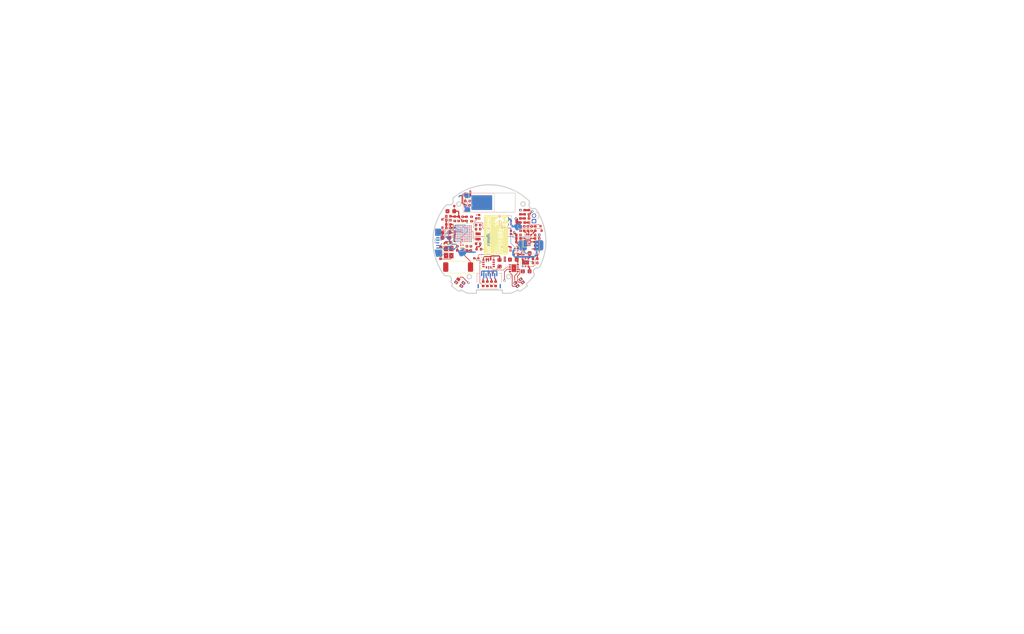
<source format=kicad_pcb>
(kicad_pcb (version 20211014) (generator pcbnew)
  (title_block (title "TekTag BioSensor PCB") (date "2023-05-25") (rev "0.2 alpha") (company "© 2023 TekLabs Digital Pty Ltd") (comment 1 "Designed by Trevor Attema") (comment 2 "MIT License"))
  (layers (0 "F.Cu" signal) (1 "In1.Cu" power) (2 "In2.Cu" power) (3 "In3.Cu" signal) (4 "In4.Cu" signal) (31 "B.Cu" signal) (34 "B.Paste" user) (35 "F.Paste" user) (36 "B.SilkS" user "B.Silkscreen") (37 "F.SilkS" user "F.Silkscreen") (38 "B.Mask" user) (39 "F.Mask" user) (44 "Edge.Cuts" user))
  (net 0 "")
  (net 1 "Net-(AE1-Pad1)")
  (net 2 "GNDS")
  (net 3 "GND")
  (net 4 "Net-(C2-Pad1)")
  (net 5 "Net-(C3-Pad1)")
  (net 6 "Net-(C4-Pad1)")
  (net 7 "/MCU/~{nRESET}")
  (net 8 "VDD")
  (net 9 "Net-(C16-Pad1)")
  (net 10 "Net-(C16-Pad2)")
  (net 11 "Net-(C17-Pad2)")
  (net 12 "Net-(C18-Pad2)")
  (net 13 "Net-(C19-Pad2)")
  (net 14 "Net-(C20-Pad2)")
  (net 15 "Net-(C21-Pad2)")
  (net 16 "Net-(C22-Pad2)")
  (net 17 "Net-(C23-Pad2)")
  (net 18 "Net-(C24-Pad2)")
  (net 19 "Net-(C25-Pad2)")
  (net 20 "Net-(C26-Pad2)")
  (net 21 "Net-(C27-Pad2)")
  (net 22 "Net-(C28-Pad2)")
  (net 23 "Net-(D1-Pad1)")
  (net 24 "Net-(D1-Pad2)")
  (net 25 "Net-(D1-Pad3)")
  (net 26 "Net-(D1-Pad4)")
  (net 27 "/MCU/Debug/SWDIO")
  (net 28 "/MCU/Debug/SWCLK")
  (net 29 "/MCU/Debug/TRACECLK")
  (net 30 "/MCU/Debug/TRACED0")
  (net 31 "/MCU/Debug/TRACED1")
  (net 32 "/MCU/Debug/TRACED2")
  (net 33 "+5V")
  (net 34 "/MCU/Debug/TRACED3")
  (net 35 "Net-(U1-PadK4)")
  (net 36 "/MCU/BOOT0")
  (net 37 "Net-(L1-Pad2)")
  (net 38 "Net-(L2-Pad2)")
  (net 39 "Net-(BZ1-Pad2)")
  (net 40 "Net-(D3-Pad2)")
  (net 41 "Net-(R4-Pad2)")
  (net 42 "Net-(R5-Pad1)")
  (net 43 "Net-(R6-Pad1)")
  (net 44 "Net-(R6-Pad2)")
  (net 45 "Net-(TH1-Pad1)")
  (net 57 "/MCU/TOUCH_G2_SCAP")
  (net 62 "/MCU/TOUCH_SCAP")
  (net 99 "/MCU/IMU_INT2")
  (net 100 "/MCU/IMU_INT1")
  (net 110 "/MCU/~{BATT_CHG}")
  (net 111 "Net-(R12-Pad1)")
  (net 112 "Net-(R13-Pad1)")
  (net 113 "Net-(R14-Pad1)")
  (net 114 "Net-(R15-Pad1)")
  (net 115 "Net-(C1-Pad2)")
  (net 116 "Net-(JP1-Pad1)")
  (net 117 "Net-(C8-Pad1)")
  (net 118 "Net-(R16-Pad2)")
  (net 119 "/Power & Qi Charging/Wireless Charger/VBATT")
  (net 120 "/LED - Haptic - Buzzer - Touch/TOUCH_SHIELD")
  (net 121 "/LED - Haptic - Buzzer - Touch/TOUCH_IO2")
  (net 122 "/LED - Haptic - Buzzer - Touch/TOUCH_IO3")
  (net 123 "/LED - Haptic - Buzzer - Touch/TOUCH_IO4")
  (net 124 "/LED - Haptic - Buzzer - Touch/MOTOR_EN")
  (net 125 "/LED - Haptic - Buzzer - Touch/BUZZER_EN")
  (net 126 "/LED - Haptic - Buzzer - Touch/I2C.SDA")
  (net 127 "/LED - Haptic - Buzzer - Touch/I2C.SCL")
  (footprint "Resistor_SMD:R_0402_1005Metric" (layer "F.Cu") (at 135.84 98.46 180)
    (fp_text reference "TH1" hide)
    (fp_text value "10k???" hide)
  )
  (footprint "Resistor_SMD:R_0402_1005Metric" (layer "F.Cu") (at 148.81 101.62 180)
    (fp_text reference "R16" hide)
    (fp_text value "1.5M" hide)
  )
  (footprint "TekLabs:MicroJump-Open" (layer "F.Cu") (at 143.16 98.36 -90)
    (fp_text reference "JP1" hide)
    (fp_text value "5V Trace" hide)
  )
  (footprint "Capacitor_SMD:C_0603_1608Metric" (layer "F.Cu") (at 143.79401 100.865401 180)
    (fp_text reference "C32" hide)
    (fp_text value "10uF" hide)
  )
  (footprint "TekLabs:Johanson_2450AT43B100E" (layer "F.Cu") (at 131.08 102.58 180)
    (fp_text reference "AE1" hide)
    (fp_text value "BLE Antenna" hide)
  )
  (footprint "Resistor_SMD:R_0402_1005Metric" (layer "F.Cu") (at 144.35401 99.655401 180)
    (fp_text reference "R11" hide)
    (fp_text value "1M" hide)
  )
  (footprint "Inductor_SMD:L_0603_1608Metric" (layer "F.Cu") (at 128.26401 95.810601 180)
    (fp_text reference "L1" hide)
    (fp_text value "10uH" hide)
  )
  (footprint "Package_DFN_QFN:DFN-8-1EP_2x2mm_P0.5mm_EP1.05x1.75mm" (layer "F.Cu") (at 143.91401 102.825401)
    (fp_text reference "U6" hide)
    (fp_text value "KTD2052" hide)
  )
  (footprint "Capacitor_SMD:C_0603_1608Metric" (layer "F.Cu") (at 146.76401 99.405401 180)
    (fp_text reference "C31" hide)
    (fp_text value "10uF" hide)
  )
  (footprint "TekLabs:MicroTest-1" (layer "F.Cu") (at 134.8 100.56)
    (fp_text reference "TP4" hide)
    (fp_text value "IMU Int2" hide)
  )
  (footprint "Resistor_SMD:R_0402_1005Metric" (layer "F.Cu") (at 148.81 100.66)
    (fp_text reference "R9" hide)
    (fp_text value "3.3M" hide)
  )
  (footprint "Package_TO_SOT_SMD:SOT-883" (layer "F.Cu") (at 132.93401 85.972901 90)
    (fp_text reference "Q1" hide)
    (fp_text value "2N7002" hide)
  )
  (footprint "TekLabs:MicroTest-1" (layer "F.Cu") (at 130.19 88.5)
    (fp_text reference "TP6" hide)
    (fp_text value "VDDSMPS" hide)
  )
  (footprint "Capacitor_SMD:C_0402_1005Metric" (layer "F.Cu") (at 145.40871 89.940401 90)
    (fp_text reference "C16" hide)
    (fp_text value "C1" hide)
  )
  (footprint "TekLabs:MicroTest-1" (layer "F.Cu") (at 132.76 89.64)
    (fp_text reference "TP14" hide)
    (fp_text value "Motor EN" hide)
  )
  (footprint "Capacitor_SMD:C_0402_1005Metric" (layer "F.Cu") (at 147.38991 91.845401 -90)
    (fp_text reference "C19" hide)
    (fp_text value "C2" hide)
  )
  (footprint "Capacitor_SMD:C_0402_1005Metric" (layer "F.Cu") (at 149.288097 97.622575 180)
    (fp_text reference "C28" hide)
    (fp_text value "10uF" hide)
  )
  (footprint "Inductor_SMD:L_0603_1608Metric" (layer "F.Cu") (at 128.26401 94.591401)
    (fp_text reference "L2" hide)
    (fp_text value "10nH" hide)
  )
  (footprint "TekLabs:LSM6DSV16XTR" (layer "F.Cu") (at 138.09401 101.715401 180)
    (fp_text reference "U7" hide)
    (fp_text value "LSM6DSV16XTR" hide)
  )
  (footprint "Resistor_SMD:R_0402_1005Metric" (layer "F.Cu") (at 146.316297 93.710975 -90)
    (fp_text reference "R4" hide)
    (fp_text value "2K4" hide)
  )
  (footprint "Capacitor_SMD:C_0402_1005Metric" (layer "F.Cu") (at 146.39931 89.940401 90)
    (fp_text reference "C17" hide)
    (fp_text value "C1" hide)
  )
  (footprint "Capacitor_SMD:C_0603_1608Metric" (layer "F.Cu") (at 146.76 103.57 180)
    (fp_text reference "C30" hide)
    (fp_text value "10uF" hide)
  )
  (footprint "TekLabs:MicroTest-1" (layer "F.Cu") (at 135.93 90.57)
    (fp_text reference "TP2" hide)
    (fp_text value "nRESET" hide)
  )
  (footprint "Diode_SMD:D_0402_1005Metric" (layer "F.Cu") (at 133.21401 88.355401 180)
    (fp_text reference "D3" hide)
    (fp_text value "1N4148" hide)
  )
  (footprint "TekLabs:MicroTest-1" (layer "F.Cu") (at 135.74 100.57)
    (fp_text reference "TP3" hide)
    (fp_text value "IMU Int1" hide)
  )
  (footprint "Capacitor_SMD:C_0402_1005Metric" (layer "F.Cu") (at 133.01249 91.475401 90)
    (fp_text reference "C12" hide)
    (fp_text value "100nF" hide)
  )
  (footprint "Package_SON:WSON-6-1EP_2x2mm_P0.65mm_EP1x1.6mm" (layer "F.Cu") (at 146.59 101.52 -90)
    (fp_text reference "U5" hide)
    (fp_text value "TLV75533PDRV" hide)
  )
  (footprint "TekLabs:MicroTest-1" (layer "F.Cu") (at 139.06 103.84)
    (fp_text reference "TP1" hide)
    (fp_text value "I2C SDA" hide)
  )
  (footprint "Resistor_SMD:R_0402_1005Metric" (layer "F.Cu") (at 130.31705 91.455401 -90)
    (fp_text reference "R2" hide)
    (fp_text value "1K" hide)
  )
  (footprint "Capacitor_SMD:C_0402_1005Metric" (layer "F.Cu") (at 145.40871 91.845401 -90)
    (fp_text reference "C21" hide)
    (fp_text value "C2" hide)
  )
  (footprint "Capacitor_SMD:C_0402_1005Metric" (layer "F.Cu") (at 149.288097 96.809775 180)
    (fp_text reference "C25" hide)
    (fp_text value "10nF" hide)
  )
  (footprint "TekLabs:MicroJump" (layer "F.Cu") (at 135.58 91.37)
    (fp_text reference "BOOT0" hide)
    (fp_text value "Bridge" hide)
  )
  (footprint "TekLabs:MicroTest-1" (layer "F.Cu") (at 143.23 94.96)
    (fp_text reference "TP9" hide)
    (fp_text value "BATT CHG" hide)
  )
  (footprint "Resistor_SMD:R_0402_1005Metric" (layer "F.Cu") (at 145.478097 93.710975 -90)
    (fp_text reference "R8" hide)
    (fp_text value "47K" hide)
  )
  (footprint "Resistor_SMD:R_0402_1005Metric" (layer "F.Cu") (at 139.71401 106.445401 90)
    (fp_text reference "R12" hide)
    (fp_text value "1K" hide)
  )
  (footprint "Capacitor_SMD:C_0402_1005Metric" (layer "F.Cu") (at 127.03 98.36 90)
    (fp_text reference "C1" hide)
    (fp_text value "18pF" hide)
  )
  (footprint "Capacitor_SMD:C_0402_1005Metric" (layer "F.Cu") (at 147.38991 89.940401 -90)
    (fp_text reference "C18" hide)
    (fp_text value "C1" hide)
  )
  (footprint "LED_SMD:LED_LiteOn_LTST-C19HE1WT" (layer "F.Cu") (at 131.469097 106.167975 -125)
    (fp_text reference "D2" hide)
    (fp_text value "LEDB" hide)
  )
  (footprint "Resistor_SMD:R_0402_1005Metric" (layer "F.Cu") (at 147.992697 93.710975 -90)
    (fp_text reference "R7" hide)
    (fp_text value "220R" hide)
  )
  (footprint "Capacitor_SMD:C_0402_1005Metric" (layer "F.Cu") (at 133.10401 98.275401 -90)
    (fp_text reference "C11" hide)
    (fp_text value "100nF" hide)
  )
  (footprint "Capacitor_SMD:C_0402_1005Metric" (layer "F.Cu") (at 135.68401 93.825401)
    (fp_text reference "C4" hide)
    (fp_text value "12pF" hide)
  )
  (footprint "Capacitor_SMD:C_0402_1005Metric" (layer "F.Cu") (at 144.970097 96.809775)
    (fp_text reference "C24" hide)
    (fp_text value "10nF" hide)
  )
  (footprint "TekLabs:MicroTest-1" (layer "F.Cu") (at 149.31 99.69)
    (fp_text reference "TP12" hide)
    (fp_text value "VBATT" hide)
  )
  (footprint "TekLabs:MicroTest-1" (layer "F.Cu") (at 143.25 94.22)
    (fp_text reference "TP15" hide)
    (fp_text value "Buzzer En" hide)
  )
  (footprint "TekLabs:Teklabs-Logo-Website" (layer "F.Cu") (at 139.8 95.16)
    (fp_text reference "G***" hide)
    (fp_text value "LOGO" hide)
  )
  (footprint "Capacitor_SMD:C_0402_1005Metric" (layer "F.Cu") (at 144.970097 95.184175)
    (fp_text reference "C22" hide)
    (fp_text value "0.47uF" hide)
  )
  (footprint "Capacitor_SMD:C_0402_1005Metric" (layer "F.Cu") (at 128.83401 96.895401 180)
    (fp_text reference "C8" hide)
    (fp_text value "100nF" hide)
  )
  (footprint "Capacitor_SMD:C_0402_1005Metric" (layer "F.Cu") (at 128.83401 90.865401 180)
    (fp_text reference "C7" hide)
    (fp_text value "100nF" hide)
  )
  (footprint "Capacitor_SMD:C_0402_1005Metric" (layer "F.Cu") (at 128.83401 92.762601 180)
    (fp_text reference "C9" hide)
    (fp_text value "100nF" hide)
  )
  (footprint "Resistor_SMD:R_0402_1005Metric" (layer "F.Cu") (at 133.22401 87.365401 180)
    (fp_text reference "R10" hide)
    (fp_text value "1M" hide)
  )
  (footprint "TekLabs:MicroTest-1" (layer "F.Cu") (at 127.45 91.61)
    (fp_text reference "TP7" hide)
    (fp_text value "VLXSMPS" hide)
  )
  (footprint "TekLabs:STM32WB55VGY6TR" (layer "F.Cu") (at 132.3 94.9)
    (fp_text reference "U1" hide)
    (fp_text value "STM32WB55VGY6TR - Seq" hide)
  )
  (footprint "Capacitor_SMD:C_0402_1005Metric" (layer "F.Cu") (at 149.288097 95.184175 180)
    (fp_text reference "C27" hide)
    (fp_text value "0.47uF" hide)
  )
  (footprint "Resistor_SMD:R_0402_1005Metric" (layer "F.Cu") (at 134.18 91.51 90)
    (fp_text reference "R3" hide)
    (fp_text value "47K" hide)
  )
  (footprint "TekLabs:MLPF-WB55-01E3" (layer "F.Cu") (at 131.45151 97.412901)
    (fp_text reference "U3" hide)
    (fp_text value "MLPF-WB55-01E3" hide)
  )
  (footprint "Capacitor_SMD:C_0402_1005Metric" (layer "F.Cu") (at 132.11401 91.475401 90)
    (fp_text reference "C10" hide)
    (fp_text value "100nF" hide)
  )
  (footprint "Crystal:Crystal_SMD_MicroCrystal_CM9V-T1A-2Pin_1.6x1.0mm" (layer "F.Cu") (at 135.67401 95.53 -90)
    (fp_text reference "Y2" hide)
    (fp_text value "32768kHz" hide)
  )
  (footprint "LED_SMD:LED_LiteOn_LTST-C19HE1WT" (layer "F.Cu") (at 145.119097 106.177975 125)
    (fp_text reference "D1" hide)
    (fp_text value "LEDA" hide)
  )
  (footprint "Capacitor_SMD:C_0402_1005Metric" (layer "F.Cu") (at 146.39931 91.845401 90)
    (fp_text reference "C20" hide)
    (fp_text value "C2" hide)
  )
  (footprint "Capacitor_SMD:C_0402_1005Metric" (layer "F.Cu") (at 149.288097 95.996975 180)
    (fp_text reference "C26" hide)
    (fp_text value "22nF" hide)
  )
  (footprint "TekLabs:MicroTest-1" (layer "F.Cu") (at 150.06 93.16)
    (fp_text reference "TP13" hide)
    (fp_text value "VDD" hide)
  )
  (footprint "Package_TO_SOT_SMD:SOT-883" (layer "F.Cu") (at 144.43151 98.525401 180)
    (fp_text reference "Q2" hide)
    (fp_text value "2N7002" hide)
  )
  (footprint "TekLabs:MicroTest-1" (layer "F.Cu") (at 127.47 93.47)
    (fp_text reference "TP8" hide)
    (fp_text value "VFBSMPS" hide)
  )
  (footprint "Capacitor_SMD:C_0603_1608Metric" (layer "F.Cu") (at 140.61401 101.685401 -90)
    (fp_text reference "C33" hide)
    (fp_text value "10uF" hide)
  )
  (footprint "Resistor_SMD:R_0402_1005Metric" (layer "F.Cu") (at 138.76401 106.445401 90)
    (fp_text reference "R14" hide)
    (fp_text value "1K" hide)
  )
  (footprint "TekLabs:MicroTest-1" (layer "F.Cu") (at 137.39 98.99)
    (fp_text reference "TP10" hide)
    (fp_text value "TS/CTRL" hide)
  )
  (footprint "Resistor_SMD:R_0402_1005Metric" (layer "F.Cu") (at 137.81401 106.445401 90)
    (fp_text reference "R15" hide)
    (fp_text value "1K" hide)
  )
  (footprint "Capacitor_SMD:C_0402_1005Metric" (layer "F.Cu") (at 128.83401 93.575401 180)
    (fp_text reference "C15" hide)
    (fp_text value "100nF" hide)
  )
  (footprint "Crystal:Crystal_SMD_EuroQuartz_X22-4Pin_2.5x2.0mm" (layer "F.Cu") (at 128.91401 99.135401 -90)
    (fp_text reference "Y1" hide)
    (fp_text value "32MHz" hide)
  )
  (footprint "Capacitor_SMD:C_0402_1005Metric" (layer "F.Cu") (at 128.83401 91.775401)
    (fp_text reference "C35" hide)
    (fp_text value "47nF" hide)
  )
  (footprint "TekLabs:MicroTest-1" (layer "F.Cu") (at 138.09 103.83)
    (fp_text reference "TP5" hide)
    (fp_text value "I2C SCL" hide)
  )
  (footprint "Capacitor_SMD:C_0402_1005Metric" (layer "F.Cu") (at 135.68401 92.905401 180)
    (fp_text reference "C34" hide)
    (fp_text value "1uF" hide)
  )
  (footprint "Package_BGA:Texas_DSBGA-28_1.9x3.0mm_Layout4x7_P0.4mm" (layer "F.Cu") (at 147.129097 96.377975 180)
    (fp_text reference "U4" hide)
    (fp_text value "BQ51052BYFP" hide)
  )
  (footprint "Capacitor_SMD:C_0402_1005Metric" (layer "F.Cu") (at 135.69 97.21)
    (fp_text reference "C3" hide)
    (fp_text value "12pF" hide)
  )
  (footprint "Resistor_SMD:R_0402_1005Metric" (layer "F.Cu") (at 147.154497 93.710975 90)
    (fp_text reference "R5" hide)
    (fp_text value "100K" hide)
  )
  (footprint "Capacitor_SMD:C_0402_1005Metric" (layer "F.Cu") (at 134.01401 98.275401 -90)
    (fp_text reference "C13" hide)
    (fp_text value "100nF" hide)
  )
  (footprint "Resistor_SMD:R_0402_1005Metric" (layer "F.Cu") (at 136.85401 106.445401 90)
    (fp_text reference "R13" hide)
    (fp_text value "1K" hide)
  )
  (footprint "Capacitor_SMD:C_0402_1005Metric" (layer "F.Cu") (at 130.89 98.26 -90)
    (fp_text reference "C14" hide)
    (fp_text value "100nF" hide)
  )
  (footprint "TekLabs:MicroJump" (layer "F.Cu") (at 141.83 100.77 -90)
    (fp_text reference "JP2" hide)
    (fp_text value "Batt Source" hide)
  )
  (footprint "Resistor_SMD:R_0402_1005Metric" (layer "F.Cu") (at 148.830897 93.710975 90)
    (fp_text reference "R6" hide)
    (fp_text value "820R" hide)
  )
  (footprint "Resistor_SMD:R_0402_1005Metric" (layer "F.Cu") (at 131.21553 91.455401 -90)
    (fp_text reference "R1" hide)
    (fp_text value "1K" hide)
  )
  (footprint "Capacitor_SMD:C_0402_1005Metric" (layer "F.Cu") (at 144.970097 95.996975)
    (fp_text reference "C23" hide)
    (fp_text value "22nF" hide)
  )
  (footprint "Capacitor_SMD:C_0402_1005Metric" (layer "F.Cu") (at 149.288097 98.435375 180)
    (fp_text reference "C29" hide)
    (fp_text value "10uF" hide)
  )
  (footprint "Capacitor_SMD:C_0402_1005Metric" (layer "F.Cu") (at 127.03 100.19 90)
    (fp_text reference "C2" hide)
    (fp_text value "18pF" hide)
  )
  (footprint "TekLabs:MicroTest-1" (layer "F.Cu") (at 150.3 94.22)
    (fp_text reference "TP11" hide)
    (fp_text value "ILIM" hide)
  )
  (footprint "Capacitor_SMD:C_0603_1608Metric" (layer "F.Cu") (at 129.40401 89.705401 180)
    (fp_text reference "C6" hide)
    (fp_text value "4.7uF" hide)
  )
  (footprint "Connector_PinHeader_1.27mm:PinHeader_1x02_P1.27mm_Vertical" (layer "B.Cu") (at 148.55 92)
    (fp_text reference "L3" hide)
    (fp_text value "RX Coil" hide)
  )
  (footprint "TekLabs:Transducer TE044003-4" (layer "B.Cu") (at 149.81401 95.575401 180)
    (fp_text reference "BZ1" hide)
    (fp_text value "Buzzer" hide)
  )
  (footprint "TekLabs:MOLEX_5034800800" (layer "B.Cu") (at 138.249097 104.327975 180)
    (fp_text reference "J2" hide)
    (fp_text value "Touch FFC" hide)
  )
  (footprint "TekLabs:Molex 5035661102" (layer "B.Cu") (at 128.82 95.2 90)
    (fp_text reference "J1" hide)
    (fp_text value "SWD Trace" hide)
  )
  (footprint "Connector_PinHeader_1.27mm:PinHeader_1x02_P1.27mm_Vertical" (layer "B.Cu") (at 142.24 91.51 180)
    (fp_text reference "J3" hide)
    (fp_text value "ExtBatt" hide)
  )
  (footprint "TekLabs:SMT Motor VZ43FM1B8230001L" (layer "B.Cu") (at 144.22901 89.930401 90)
    (fp_text reference "M1" hide)
    (fp_text value "Motor_DC" hide)
    (fp_rect (start 0 0) (end 4.4 -4.85) (layer "Edge.Cuts") (width 0.12) (fill none))
  )
  (footprint "TekLabs:CP1254 Battery" (layer "B.Cu") (at 138.43 96.25 25)
    (fp_text reference "BT1" hide)
    (fp_text value "Battery_Cell" hide)
  )
  (gr_arc (start 148.514624 104.648598) (mid 147.70401 105.585401) (end 146.807905 106.440792) (layer "Edge.Cuts") (width 0.25))
  (gr_arc (start 149.887187 102.494104) (mid 149.672663 102.711352) (end 149.37181 102.763357) (layer "Edge.Cuts") (width 0.25))
  (gr_arc (start 146.980562 106.950876) (mid 146.129356 107.610811) (end 145.228249 108.200789) (layer "Edge.Cuts") (width 0.25))
  (gr_arc (start 127.888718 104.418721) (mid 125.29296 96.336659) (end 128.238782 88.375514) (layer "Edge.Cuts") (width 0.25))
  (gr_line (start 135.289866 108.620252) (end 133.70729 108.620252) (layer "Edge.Cuts") (width 0.25))
  (gr_arc (start 129.771827 106.440792) (mid 129.806025 106.50887) (end 129.782344 106.58128) (layer "Edge.Cuts") (width 0.25))
  (gr_arc (start 149.021279 89.282897) (mid 151.262032 95.770011) (end 149.887187 102.494104) (layer "Edge.Cuts") (width 0.25))
  (gr_line (start 144.938425 107.907265) (end 145.090691 108.165761) (layer "Edge.Cuts") (width 0.25))
  (gr_circle (center 131.24401 88.045401) (end 131.74401 88.045401) (layer "Edge.Cuts") (width 0.25) (fill none))
  (gr_arc (start 131.351483 108.200789) (mid 130.450376 107.610811) (end 129.59917 106.950876) (layer "Edge.Cuts") (width 0.25))
  (gr_arc (start 129.59917 106.950876) (mid 129.563883 106.882571) (end 129.587504 106.809408) (layer "Edge.Cuts") (width 0.25))
  (gr_arc (start 144.802167 107.871471) (mid 144.260635 108.167975) (end 143.705637 108.438434) (layer "Edge.Cuts") (width 0.25))
  (gr_arc (start 146.797388 106.58128) (mid 146.773707 106.50887) (end 146.807905 106.440792) (layer "Edge.Cuts") (width 0.25))
  (gr_arc (start 128.238782 88.375514) (mid 128.495242 88.209847) (end 128.80022 88.224191) (layer "Edge.Cuts") (width 0.25))
  (gr_line (start 129.782344 106.58128) (end 129.587504 106.809408) (layer "Edge.Cuts") (width 0.25))
  (gr_arc (start 148.540842 104.067716) (mid 148.620855 104.36236) (end 148.514624 104.648598) (layer "Edge.Cuts") (width 0.25))
  (gr_arc (start 132.874095 108.438434) (mid 132.319097 108.167975) (end 131.777565 107.871471) (layer "Edge.Cuts") (width 0.25))
  (gr_arc (start 131.489041 108.165761) (mid 131.427555 108.211915) (end 131.351483 108.200789) (layer "Edge.Cuts") (width 0.25))
  (gr_line (start 141.289866 107.870252) (end 135.289866 107.870252) (layer "Edge.Cuts") (width 0.25))
  (gr_arc (start 129.771827 106.440792) (mid 129.69291 106.371783) (end 129.614553 106.302139) (layer "Edge.Cuts") (width 0.25))
  (gr_arc (start 148.475166 89.083218) (mid 147.597305 88.810382) (end 147.481054 87.898481) (layer "Edge.Cuts") (width 0.25))
  (gr_arc (start 145.228249 108.200789) (mid 145.152177 108.211915) (end 145.090691 108.165761) (layer "Edge.Cuts") (width 0.25))
  (gr_line (start 135.289866 107.870252) (end 135.289866 108.620252) (layer "Edge.Cuts") (width 0.25))
  (gr_circle (center 133.67401 104.795401) (end 134.17401 104.795401) (layer "Edge.Cuts") (width 0.25) (fill none))
  (gr_arc (start 146.992228 106.809408) (mid 147.015849 106.882571) (end 146.980562 106.950876) (layer "Edge.Cuts") (width 0.25))
  (gr_arc (start 143.705637 108.438434) (mid 143.298843 108.574269) (end 142.872442 108.620252) (layer "Edge.Cuts") (width 0.25))
  (gr_line (start 142.872442 108.620252) (end 141.289866 108.620252) (layer "Edge.Cuts") (width 0.25))
  (gr_arc (start 133.70729 108.620252) (mid 133.280889 108.574269) (end 132.874095 108.438434) (layer "Edge.Cuts") (width 0.25))
  (gr_arc (start 129.614553 106.302139) (mid 129.460231 106.038697) (end 129.487864 105.734635) (layer "Edge.Cuts") (width 0.25))
  (gr_arc (start 147.37924 87.325991) (mid 147.521924 87.595914) (end 147.481054 87.898481) (layer "Edge.Cuts") (width 0.25))
  (gr_arc (start 129.893805 87.130606) (mid 129.879461 86.825628) (end 130.045128 86.569168) (layer "Edge.Cuts") (width 0.25))
  (gr_arc (start 128.443021 104.594389) (mid 128.137708 104.595416) (end 127.888718 104.418721) (layer "Edge.Cuts") (width 0.25))
  (gr_arc (start 148.475166 89.083218) (mid 148.780234 89.095509) (end 149.021279 89.282897) (layer "Edge.Cuts") (width 0.25))
  (gr_arc (start 130.045128 86.569168) (mid 138.856918 83.632625) (end 147.37924 87.325991) (layer "Edge.Cuts") (width 0.25))
  (gr_arc (start 131.641307 107.907265) (mid 131.702063 107.8613) (end 131.777565 107.871471) (layer "Edge.Cuts") (width 0.25))
  (gr_circle (center 142.74401 104.795401) (end 143.24401 104.795401) (layer "Edge.Cuts") (width 0.25) (fill none))
  (gr_line (start 131.489041 108.165761) (end 131.641307 107.907265) (layer "Edge.Cuts") (width 0.25))
  (gr_arc (start 129.893805 87.130606) (mid 129.698519 88.028905) (end 128.80022 88.224191) (layer "Edge.Cuts") (width 0.25))
  (gr_circle (center 146.03401 88.045401) (end 146.53401 88.045401) (layer "Edge.Cuts") (width 0.25) (fill none))
  (gr_line (start 141.289866 108.620252) (end 141.289866 107.870252) (layer "Edge.Cuts") (width 0.25))
  (gr_arc (start 144.802167 107.871471) (mid 144.877669 107.8613) (end 144.938425 107.907265) (layer "Edge.Cuts") (width 0.25))
  (gr_line (start 146.992228 106.809408) (end 146.797388 106.58128) (layer "Edge.Cuts") (width 0.25))
  (gr_arc (start 128.443021 104.594389) (mid 129.331947 104.828673) (end 129.487864 105.734635) (layer "Edge.Cuts") (width 0.25))
  (gr_arc (start 148.540842 104.067716) (mid 148.537072 103.148442) (end 149.37181 102.763357) (layer "Edge.Cuts") (width 0.25))
  (gr_text "-" (at 140.69 92.23 -90) (layer "B.SilkS") (effects (font (size 1 1)) (justify mirror)))
  (gr_text "+" (at 140.62 90.84) (layer "B.SilkS") (effects (font (size 1 1)) (justify mirror)))
  (segment (start 131.70151 99.06151) (end 131.70151 98.799901) (width 0.156464) (layer "F.Cu") (net 1))
  (segment (start 133.93 102.58) (end 133.93 101.29) (width 0.156464) (layer "F.Cu") (net 1))
  (segment (start 133.93 101.29) (end 131.70151 99.06151) (width 0.156464) (layer "F.Cu") (net 1))
  (segment (start 130.323224 95.1) (end 130.158489 95.264735) (width 0.254) (layer "F.Cu") (net 3))
  (segment (start 127.994599 96.895401) (end 128.35401 96.895401) (width 0.254) (layer "F.Cu") (net 3))
  (segment (start 130.88 98.73) (end 130.89 98.74) (width 0.254) (layer "F.Cu") (net 3))
  (segment (start 133.01249 90.995401) (end 132.11401 90.995401) (width 0.254) (layer "F.Cu") (net 3))
  (segment (start 132.20151 97.27151) (end 132.2 97.27) (width 0.127) (layer "F.Cu") (net 3))
  (segment (start 127.87 97.27) (end 127.87 97.02) (width 0.254) (layer "F.Cu") (net 3))
  (segment (start 132.20151 97.625901) (end 132.20151 97.27151) (width 0.127) (layer "F.Cu") (net 3))
  (segment (start 130.24 96.7) (end 130.5 96.7) (width 0.254) (layer "F.Cu") (net 3))
  (segment (start 138.09401 100.788301) (end 137.593884 100.788301) (width 0.254) (layer "F.Cu") (net 3))
  (segment (start 132.1 96.3) (end 131.7 96.3) (width 0.254) (layer "F.Cu") (net 3))
  (segment (start 127.94 97.34) (end 127.87 97.27) (width 0.254) (layer "F.Cu") (net 3))
  (segment (start 135.33 97.99) (end 135.33 98.46) (width 0.254) (layer "F.Cu") (net 3))
  (segment (start 137.588495 100.79369) (end 137.593884 100.788301) (width 0.254) (layer "F.Cu") (net 3))
  (segment (start 135.92 97.9) (end 135.42 97.9) (width 0.254) (layer "F.Cu") (net 3))
  (segment (start 131.70151 98.212901) (end 132.20151 98.212901) (width 0.127) (layer "F.Cu") (net 3))
  (segment (start 130.158489 95.264735) (end 130.158489 96.618489) (width 0.254) (layer "F.Cu") (net 3))
  (segment (start 136.18 97.21) (end 136.18 97.64) (width 0.254) (layer "F.Cu") (net 3))
  (segment (start 149.768097 97.622575) (end 149.768097 98.435375) (width 0.254) (layer "F.Cu") (net 3))
  (segment (start 146.529097 97.577975) (end 146.929097 97.577975) (width 0.254) (layer "F.Cu") (net 3))
  (segment (start 145.94 100.87) (end 146.59 101.52) (width 0.4064) (layer "F.Cu") (net 3))
  (segment (start 135.42 97.9) (end 135.33 97.99) (width 0.254) (layer "F.Cu") (net 3))
  (segment (start 134.009212 98.755401) (end 134.03 98.776189) (width 0.254) (layer "F.Cu") (net 3))
  (segment (start 132.20151 98.212901) (end 132.20151 98.799901) (width 0.127) (layer "F.Cu") (net 3))
  (segment (start 147.329097 97.577975) (end 146.929097 97.577975) (width 0.254) (layer "F.Cu") (net 3))
  (segment (start 149.768097 99.081903) (end 149.76 99.09) (width 0.254) (layer "F.Cu") (net 3))
  (segment (start 145.94 100.6325) (end 145.94 100.87) (width 0.4064) (layer "F.Cu") (net 3))
  (segment (start 144.78151 97.89151) (end 144.71 97.82) (width 0.254) (layer "F.Cu") (net 3))
  (segment (start 147.729097 97.577975) (end 147.329097 97.577975) (width 0.254) (layer "F.Cu") (net 3))
  (segment (start 144.86401 99.655401) (end 145.73901 99.655401) (width 0.3048) (layer "F.Cu") (net 3))
  (segment (start 132.96 98.71) (end 132.462901 98.212901) (width 0.127) (layer "F.Cu") (net 3))
  (segment (start 130.5 95.1) (end 130.323224 95.1) (width 0.254) (layer "F.Cu") (net 3))
  (segment (start 133.224599 98.755401) (end 134.009212 98.755401) (width 0.254) (layer "F.Cu") (net 3))
  (segment (start 133.687099 86.322901) (end 133.89 86.12) (width 0.4064) (layer "F.Cu") (net 3))
  (segment (start 127.055 99.735) (end 128.113609 99.735) (width 0.127) (layer "F.Cu") (net 3))
  (segment (start 127.87 97.02) (end 127.994599 96.895401) (width 0.254) (layer "F.Cu") (net 3))
  (segment (start 137.588495 101.271505) (end 137.588495 100.79369) (width 0.254) (layer "F.Cu") (net 3))
  (segment (start 133.89 86.12) (end 133.89 85.4) (width 0.4064) (layer "F.Cu") (net 3))
  (segment (start 144.71 97.82) (end 144.57 97.82) (width 0.254) (layer "F.Cu") (net 3))
  (segment (start 138.09 101.27) (end 138.09 100.792311) (width 0.254) (layer "F.Cu") (net 3))
  (segment (start 138.09 100.792311) (end 138.09401 100.788301) (width 0.254) (layer "F.Cu") (net 3))
  (segment (start 136.18 97.64) (end 135.92 97.9) (width 0.254) (layer "F.Cu") (net 3))
  (segment (start 128.35401 93.575401) (end 128.35401 91.775401) (width 0.254) (layer "F.Cu") (net 3))
  (segment (start 128.113609 99.735) (end 128.31401 99.935401) (width 0.127) (layer "F.Cu") (net 3))
  (segment (start 133.89 85.4) (end 133.89 85.04) (width 0.4064) (layer "F.Cu") (net 3))
  (segment (start 149.768097 98.435375) (end 149.768097 99.081903) (width 0.254) (layer "F.Cu") (net 3))
  (segment (start 130.158489 96.618489) (end 130.24 96.7) (width 0.254) (layer "F.Cu") (net 3))
  (segment (start 132.462901 98.212901) (end 132.20151 98.212901) (width 0.127) (layer "F.Cu") (net 3))
  (segment (start 144.78151 98.300401) (end 144.78151 97.89151) (width 0.254) (layer "F.Cu") (net 3))
  (segment (start 130.88 98.29) (end 130.88 98.73) (width 0.254) (layer "F.Cu") (net 3))
  (segment (start 133.15901 86.322901) (end 133.687099 86.322901) (width 0.4064) (layer "F.Cu") (net 3))
  (via (at 147.32 97.59) (size 0.25) (drill 0.15) (layers "F.Cu" "B.Cu") (net 3))
  (via (at 146.59 101.52) (size 0.25) (drill 0.15) (layers "F.Cu" "B.Cu") (net 3))
  (via (at 134.1 95.9) (size 0.25) (drill 0.15) (layers "F.Cu" "B.Cu") (net 3))
  (via (at 144.57 97.82) (size 0.25) (drill 0.15) (layers "F.Cu" "B.Cu") (net 3))
  (via (at 138.42 96.25) (size 0.25) (drill 0.15) (layers "F.Cu" "B.Cu") (net 3))
  (via (at 132.2 97.27) (size 0.25) (drill 0.15) (layers "F.Cu" "B.Cu") (net 3))
  (via (at 140.8 102.65) (size 0.25) (drill 0.15) (layers "F.Cu" "B.Cu") (net 3))
  (via (at 145.94 100.6325) (size 0.25) (drill 0.15) (layers "F.Cu" "B.Cu") (net 3))
  (via (at 129.634502 98.13) (size 0.25) (drill 0.15) (layers "F.Cu" "B.Cu") (net 3))
  (via (at 145.75 99.18) (size 0.25) (drill 0.15) (layers "F.Cu" "B.Cu") (net 3))
  (via (at 131.7 96.3) (size 0.25) (drill 0.15) (layers "F.Cu" "B.Cu") (net 3))
  (via (at 145.94 103.57) (size 0.25) (drill 0.15) (layers "F.Cu" "B.Cu") (net 3))
  (via (at 134.03 98.776189) (size 0.25) (drill 0.15) (layers "F.Cu" "B.Cu") (net 3))
  (via (at 130.5 96.7) (size 0.25) (drill 0.15) (layers "F.Cu" "B.Cu") (net 3))
  (via (at 147.72 97.58) (size 0.25) (drill 0.15) (layers "F.Cu" "B.Cu") (net 3))
  (via (at 145.73901 99.655401) (size 0.25) (drill 0.15) (layers "F.Cu" "B.Cu") (net 3))
  (via (at 128.35401 93.575401) (size 0.25) (drill 0.15) (layers "F.Cu" "B.Cu") (net 3))
  (via (at 137.34 96.25) (size 0.25) (drill 0.15) (layers "F.Cu" "B.Cu") (net 3))
  (via (at 138.42 97.37) (size 0.25) (drill 0.15) (layers "F.Cu" "B.Cu") (net 3))
  (via (at 130.9 96.7) (size 0.25) (drill 0.15) (layers "F.Cu" "B.Cu") (net 3))
  (via (at 128.35401 91.775401) (size 0.25) (drill 0.15) (layers "F.Cu" "B.Cu") (net 3))
  (via (at 140.36 102.28) (size 0.25) (drill 0.15) (layers "F.Cu" "B.Cu") (net 3))
  (via (at 127.2 98.82) (size 0.25) (drill 0.15) (layers "F.Cu" "B.Cu") (net 3))
  (via (at 134.16 91.02) (size 0.25) (drill 0.15) (layers "F.Cu" "B.Cu") (net 3))
  (via (at 133.89 85.04) (size 0.25) (drill 0.15) (layers "F.Cu" "B.Cu") (net 3))
  (via (at 136.16 93.83) (size 0.25) (drill 0.15) (layers "F.Cu" "B.Cu") (net 3))
  (via (at 137.588495 101.271505) (size 0.25) (drill 0.15) (layers "F.Cu" "B.Cu") (net 3))
  (via (at 128.35 90.86) (size 0.25) (drill 0.15) (layers "F.Cu" "B.Cu") (net 3))
  (via (at 130.9 93.5) (size 0.25) (drill 0.15) (layers "F.Cu" "B.Cu") (net 3))
  (via (at 149.76 99.09) (size 0.25) (drill 0.15) (layers "F.Cu" "B.Cu") (net 3))
  (via (at 131.3 96.7) (size 0.25) (drill 0.15) (layers "F.Cu" "B.Cu") (net 3))
  (via (at 144.86401 99.655401) (size 0.25) (drill 0.15) (layers "F.Cu" "B.Cu") (net 3))
  (via (at 136.18 92.91) (size 0.25) (drill 0.15) (layers "F.Cu" "B.Cu") (net 3))
  (via (at 130.88 98.29) (size 0.25) (drill 0.15) (layers "F.Cu" "B.Cu") (net 3))
  (via (at 146.53 95.18) (size 0.25) (drill 0.15) (layers "F.Cu" "B.Cu") (net 3))
  (via (at 138.09 101.27) (size 0.25) (drill 0.15) (layers "F.Cu" "B.Cu") (net 3))
  (via (at 128.31401 99.935401) (size 0.25) (drill 0.15) (layers "F.Cu" "B.Cu") (net 3))
  (via (at 133.83 87.52) (size 0.25) (drill 0.15) (layers "F.Cu" "B.Cu") (net 3))
  (via (at 145.94 103.88) (size 0.25) (drill 0.15) (layers "F.Cu" "B.Cu") (net 3))
  (via (at 143.92 102.83) (size 0.25) (drill 0.15) (layers "F.Cu" "B.Cu") (net 3))
  (via (at 126.96 95.201001) (size 0.25) (drill 0.15) (layers "F.Cu" "B.Cu") (net 3))
  (via (at 138.41 95.13) (size 0.25) (drill 0.15) (layers "F.Cu" "B.Cu") (net 3))
  (via (at 132.1 91) (size 0.25) (drill 0.15) (layers "F.Cu" "B.Cu") (net 3))
  (via (at 133.63 87.21) (size 0.25) (drill 0.15) (layers "F.Cu" "B.Cu") (net 3))
  (via (at 133.7 96.3) (size 0.25) (drill 0.15) (layers "F.Cu" "B.Cu") (net 3))
  (via (at 128.6 89.75) (size 0.25) (drill 0.15) (layers "F.Cu" "B.Cu") (net 3))
  (via (at 133.89 85.4) (size 0.25) (drill 0.15) (layers "F.Cu" "B.Cu") (net 3))
  (via (at 127.055 99.735) (size 0.25) (drill 0.15) (layers "F.Cu" "B.Cu") (net 3))
  (via (at 127.94 97.34) (size 0.25) (drill 0.15) (layers "F.Cu" "B.Cu") (net 3))
  (via (at 145.94 103.27) (size 0.25) (drill 0.15) (layers "F.Cu" "B.Cu") (net 3))
  (via (at 139.6 96.25) (size 0.25) (drill 0.15) (layers "F.Cu" "B.Cu") (net 3))
  (via (at 133.7 93.5) (size 0.25) (drill 0.15) (layers "F.Cu" "B.Cu") (net 3))
  (via (at 146.33 93.23) (size 0.25) (drill 0.15) (layers "F.Cu" "B.Cu") (net 3))
  (via (at 149.33 101.62) (size 0.25) (drill 0.15) (layers "F.Cu" "B.Cu") (net 3))
  (via (at 148 94.24) (size 0.25) (drill 0.15) (layers "F.Cu" "B.Cu") (net 3))
  (via (at 136.18 97.21) (size 0.25) (drill 0.15) (layers "F.Cu" "B.Cu") (net 3))
  (via (at 143.01 100.88) (size 0.25) (drill 0.15) (layers "F.Cu" "B.Cu") (net 3))
  (via (at 144.8 102.58) (size 0.25) (drill 0.15) (layers "F.Cu" "B.Cu") (net 3))
  (segment (start 127.11 98.91) (end 127.2 98.82) (width 0.254) (layer "B.Cu") (net 3))
  (segment (start 126.95 94.49) (end 126.96 94.5) (width 0.254) (layer "B.Cu") (net 3))
  (segment (start 126.432 94.49) (end 126.95 94.49) (width 0.254) (layer "B.Cu") (net 3))
  (segment (start 126.432 98.91) (end 127.11 98.91) (width 0.254) (layer "B.Cu") (net 3))
  (segment (start 126.96 95.201001) (end 126.958999 95.2) (width 0.2032) (layer "B.Cu") (net 3))
  (segment (start 126.96 94.5) (end 126.96 95.201001) (width 0.254) (layer "B.Cu") (net 3))
  (segment (start 126.958999 95.2) (end 126.37 95.2) (width 0.2032) (layer "B.Cu") (net 3))
  (segment (start 127.11 100.75) (end 129.38 100.75) (width 0.127) (layer "F.Cu") (net 4))
  (segment (start 129.38 100.75) (end 129.53 100.6) (width 0.127) (layer "F.Cu") (net 4))
  (segment (start 129.53 100.6) (end 129.53 100) (width 0.127) (layer "F.Cu") (net 4))
  (segment (start 127.03 100.67) (end 127.11 100.75) (width 0.127) (layer "F.Cu") (net 4))
  (via (at 130.5 96.3) (size 0.25) (drill 0.15) (layers "F.Cu" "B.Cu") (net 4))
  (via (at 129.53 100) (size 0.25) (drill 0.15) (layers "F.Cu" "B.Cu") (net 4))
  (segment (start 135.21 97.21) (end 135.67401 96.74599) (width 0.09) (layer "F.Cu") (net 5))
  (segment (start 135.67401 96.74599) (end 135.67401 96.13) (width 0.09) (layer "F.Cu") (net 5))
  (segment (start 134.35 94.3) (end 134.52 94.47) (width 0.09) (layer "F.Cu") (net 5))
  (segment (start 134.52 95.95) (end 134.7 96.13) (width 0.09) (layer "F.Cu") (net 5))
  (segment (start 134.7 96.13) (end 135.67401 96.13) (width 0.09) (layer "F.Cu") (net 5))
  (segment (start 134.1 94.3) (end 134.35 94.3) (width 0.09) (layer "F.Cu") (net 5))
  (segment (start 134.52 94.47) (end 134.52 95.95) (width 0.09) (layer "F.Cu") (net 5))
  (segment (start 135.21 94.46599) (end 135.67401 94.93) (width 0.09) (layer "F.Cu") (net 6))
  (segment (start 135.21 93.831391) (end 135.21 94.46599) (width 0.09) (layer "F.Cu") (net 6))
  (via (at 133.69 94.3) (size 0.25) (drill 0.15) (layers "F.Cu" "B.Cu") (net 6))
  (via (at 135.21 93.82) (size 0.25) (drill 0.15) (layers "F.Cu" "B.Cu") (net 6))
  (segment (start 135.31 90.58) (end 135.92 90.58) (width 0.09) (layer "F.Cu") (net 7))
  (via (at 135.31 90.58) (size 0.25) (drill 0.15) (layers "F.Cu" "B.Cu") (net 7))
  (via (at 133.7 95.1) (size 0.25) (drill 0.15) (layers "F.Cu" "B.Cu") (net 7))
  (via (at 127.29 97.2) (size 0.25) (drill 0.15) (layers "F.Cu" "B.Cu") (net 7))
  (segment (start 126.89 97.6) (end 126.37 97.6) (width 0.09) (layer "B.Cu") (net 7))
  (segment (start 127.29 97.2) (end 126.89 97.6) (width 0.09) (layer "B.Cu") (net 7))
  (segment (start 140.5 100.02) (end 140.65 100.17) (width 0.254) (layer "F.Cu") (net 8))
  (segment (start 129.97 92.8) (end 129.932601 92.762601) (width 0.254) (layer "F.Cu") (net 8))
  (segment (start 129.31401 90.865401) (end 129.378609 90.93) (width 0.254) (layer "F.Cu") (net 8))
  (segment (start 131.21553 90.945401) (end 131.21553 89.88553) (width 0.254) (layer "F.Cu") (net 8))
  (segment (start 130.5 94.3) (end 130.121391 94.3) (width 0.254) (layer "F.Cu") (net 8))
  (segment (start 136.91291 100.39709) (end 136.91291 100.965212) (width 0.254) (layer "F.Cu") (net 8))
  (segment (start 130.5 93.5) (end 130.08 93.5) (width 0.254) (layer "F.Cu") (net 8))
  (segment (start 138.594136 100.165864) (end 138.74 100.02) (width 0.254) (layer "F.Cu") (net 8))
  (segment (start 132.14 91.95) (end 133.007089 91.95) (width 0.254) (layer "F.Cu") (net 8))
  (segment (start 138.594136 100.788301) (end 138.594136 100.165864) (width 0.254) (layer "F.Cu") (net 8))
  (segment (start 129.31401 93.575401) (end 129.31401 92.762601) (width 0.254) (layer "F.Cu") (net 8))
  (segment (start 147.24 100.55) (end 147.55 100.24) (width 0.4064) (layer "F.Cu") (net 8))
  (segment (start 138.74 100.02) (end 140.5 100.02) (width 0.254) (layer "F.Cu") (net 8))
  (segment (start 131.21553 90.945401) (end 131.21553 91.02553) (width 0.254) (layer "F.Cu") (net 8))
  (segment (start 129.95 93.63) (end 130.08 93.5) (width 0.254) (layer "F.Cu") (net 8))
  (segment (start 131.21553 91.02553) (end 132.14 91.95) (width 0.254) (layer "F.Cu") (net 8))
  (segment (start 150.06 93.16) (end 149.696455 92.796455) (width 0.09) (layer "F.Cu") (net 8))
  (segment (start 147.24 100.6325) (end 147.24 100.55) (width 0.4064) (layer "F.Cu") (net 8))
  (segment (start 129.95 94.128609) (end 129.95 93.63) (width 0.254) (layer "F.Cu") (net 8))
  (segment (start 129.378609 90.93) (end 130.301649 90.93) (width 0.254) (layer "F.Cu") (net 8))
  (segment (start 130.301649 90.93) (end 130.31705 90.945401) (width 0.254) (layer "F.Cu") (net 8))
  (segment (start 149.696455 92.796455) (end 147.559017 92.796455) (width 0.09) (layer "F.Cu") (net 8))
  (segment (start 130.121391 94.3) (end 129.95 94.128609) (width 0.254) (layer "F.Cu") (net 8))
  (segment (start 138.594136 100.165864) (end 137.144136 100.165864) (width 0.254) (layer "F.Cu") (net 8))
  (segment (start 130.19 88.5) (end 130.19 89.694411) (width 0.09) (layer "F.Cu") (net 8))
  (segment (start 129.4 93.5) (end 130.08 93.5) (width 0.3048) (layer "F.Cu") (net 8))
  (segment (start 131.035401 89.705401) (end 130.17901 89.705401) (width 0.254) (layer "F.Cu") (net 8))
  (segment (start 129.319304 93.580696) (end 129.4 93.5) (width 0.3048) (layer "F.Cu") (net 8))
  (segment (start 130.08 93.5) (end 129.97 93.39) (width 0.254) (layer "F.Cu") (net 8))
  (segment (start 140.65 100.17) (end 140.65 100.874411) (width 0.254) (layer "F.Cu") (net 8))
  (segment (start 147.55 100.24) (end 147.55 99.416391) (width 0.4064) (layer "F.Cu") (net 8))
  (segment (start 137.144136 100.165864) (end 136.91291 100.39709) (width 0.254) (layer "F.Cu") (net 8))
  (segment (start 129.932601 92.762601) (end 129.31401 92.762601) (width 0.254) (layer "F.Cu") (net 8))
  (segment (start 144.81401 102.075401) (end 144.81401 101.110401) (width 0.254) (layer "F.Cu") (net 8))
  (segment (start 129.97 93.39) (end 129.97 92.8) (width 0.254) (layer "F.Cu") (net 8))
  (segment (start 147.559017 92.796455) (end 147.154497 93.200975) (width 0.09) (layer "F.Cu") (net 8))
  (segment (start 130.31705 90.945401) (end 131.21553 90.945401) (width 0.254) (layer "F.Cu") (net 8))
  (segment (start 131.21553 89.88553) (end 131.035401 89.705401) (width 0.254) (layer "F.Cu") (net 8))
  (via (at 140.88 100.68) (size 0.25) (drill 0.15) (layers "F.Cu" "B.Cu") (net 8))
  (via (at 133.01 91.96) (size 0.25) (drill 0.15) (layers "F.Cu" "B.Cu") (net 8))
  (via (at 133.3 95.9) (size 0.25) (drill 0.15) (layers "F.Cu" "B.Cu") (net 8))
  (via (at 130.87 97.79) (size 0.25) (drill 0.15) (layers "F.Cu" "B.Cu") (net 8))
  (via (at 147.16 93.23) (size 0.25) (drill 0.15) (layers "F.Cu" "B.Cu") (net 8))
  (via (at 134.01 97.69) (size 0.25) (drill 0.15) (layers "F.Cu" "B.Cu") (net 8))
  (via (at 135.95 91.35) (size 0.25) (drill 0.15) (layers "F.Cu" "B.Cu") (net 8))
  (via (at 131.3 96.3) (size 0.25) (drill 0.15) (layers "F.Cu" "B.Cu") (net 8))
  (via (at 132.1 96.7) (size 0.25) (drill 0.15) (layers "F.Cu" "B.Cu") (net 8))
  (via (at 134.09 93.9) (size 0.25) (drill 0.15) (layers "F.Cu" "B.Cu") (net 8))
  (via (at 131.3 93.5) (size 0.25) (drill 0.15) (layers "F.Cu" "B.Cu") (net 8))
  (via (at 129.319304 93.580696) (size 0.25) (drill 0.15) (layers "F.Cu" "B.Cu") (net 8))
  (via (at 133.1 97.81) (size 0.25) (drill 0.15) (layers "F.Cu" "B.Cu") (net 8))
  (via (at 140.38 100.68) (size 0.25) (drill 0.15) (layers "F.Cu" "B.Cu") (net 8))
  (via (at 132.14 91.95) (size 0.25) (drill 0.15) (layers "F.Cu" "B.Cu") (net 8))
  (via (at 133.59 88.21) (size 0.25) (drill 0.15) (layers "F.Cu" "B.Cu") (net 8))
  (via (at 133.7 95.9) (size 0.25) (drill 0.15) (layers "F.Cu" "B.Cu") (net 8))
  (via (at 134.1 96.3) (size 0.25) (drill 0.15) (layers "F.Cu" "B.Cu") (net 8))
  (via (at 147.53901 99.405401) (size 0.25) (drill 0.15) (layers "F.Cu" "B.Cu") (net 8))
  (via (at 133.81 88.5) (size 0.25) (drill 0.15) (layers "F.Cu" "B.Cu") (net 8))
  (via (at 131.27 86.36) (size 0.25) (drill 0.15) (layers "F.Cu" "B.Cu") (net 8))
  (via (at 134.1 93.1) (size 0.25) (drill 0.15) (layers "F.Cu" "B.Cu") (net 8))
  (via (at 144.571805 100.868195) (size 0.25) (drill 0.15) (layers "F.Cu" "B.Cu") (net 8))
  (segment (start 127.771511 98.471511) (end 127.5 98.2) (width 0.254) (layer "B.Cu") (net 8))
  (segment (start 146.575401 99.405401) (end 147.53901 99.405401) (width 0.254) (layer "B.Cu") (net 8))
  (segment (start 127.5 98.2) (end 126.37 98.2) (width 0.254) (layer "B.Cu") (net 8))
  (segment (start 130.87 97.79) (end 130.188489 98.471511) (width 0.254) (layer "B.Cu") (net 8))
  (segment (start 131.27 86.36) (end 131.499599 86.130401) (width 0.3048) (layer "B.Cu") (net 8))
  (segment (start 146.27 97.931391) (end 146.27 99.1) (width 0.254) (layer "B.Cu") (net 8))
  (segment (start 146.27 99.1) (end 146.575401 99.405401) (width 0.254) (layer "B.Cu") (net 8))
  (segment (start 130.188489 98.471511) (end 127.771511 98.471511) (width 0.254) (layer "B.Cu") (net 8))
  (segment (start 131.499599 86.130401) (end 133.22901 86.130401) (width 0.3048) (layer "B.Cu") (net 8))
  (segment (start 145.40871 90.420401) (end 146.39931 90.420401) (width 0.4064) (layer "F.Cu") (net 9))
  (via (at 145.40871 89.460401) (size 0.5) (drill 0.25) (layers "F.Cu" "B.Cu") (net 10))
  (segment (start 146.39931 89.460401) (end 147.38991 89.460401) (width 0.4064) (layer "F.Cu") (net 11))
  (segment (start 145.07 97.44) (end 144.490097 96.860097) (width 0.3048) (layer "F.Cu") (net 12))
  (segment (start 144.490097 96.809775) (end 144.490097 95.996975) (width 0.3048) (layer "F.Cu") (net 12))
  (segment (start 143.97953 94.673608) (end 144.490097 95.184175) (width 0.4064) (layer "F.Cu") (net 12))
  (segment (start 147.38991 90.420401) (end 147.38991 91.365401) (width 0.4064) (layer "F.Cu") (net 12))
  (segment (start 143.97953 94.520504) (end 143.97953 94.673608) (width 0.4064) (layer "F.Cu") (net 12))
  (segment (start 145.94 97.44) (end 145.07 97.44) (width 0.3048) (layer "F.Cu") (net 12))
  (segment (start 144.490097 95.996975) (end 144.490097 95.184175) (width 0.3048) (layer "F.Cu") (net 12))
  (segment (start 146.529097 97.177975) (end 146.202025 97.177975) (width 0.3048) (layer "F.Cu") (net 12))
  (segment (start 148.15 89.72) (end 147.449599 90.420401) (width 0.4064) (layer "F.Cu") (net 12))
  (segment (start 146.202025 97.177975) (end 145.94 97.44) (width 0.3048) (layer "F.Cu") (net 12))
  (segment (start 146.929097 97.177975) (end 146.529097 97.177975) (width 0.3048) (layer "F.Cu") (net 12))
  (via (at 148.15 89.72) (size 0.5) (drill 0.25) (layers "F.Cu" "B.Cu") (net 12))
  (via (at 143.97953 94.520504) (size 0.5) (drill 0.25) (layers "F.Cu" "B.Cu") (net 12))
  (segment (start 147.38991 92.325401) (end 146.39931 92.325401) (width 0.4064) (layer "F.Cu") (net 13))
  (segment (start 146.39931 91.365401) (end 145.40871 91.365401) (width 0.4064) (layer "F.Cu") (net 14))
  (segment (start 149.768097 96.809775) (end 149.768097 95.184175) (width 0.3048) (layer "F.Cu") (net 15))
  (segment (start 144.404186 91.434526) (end 144.585401 91.615741) (width 0.6096) (layer "F.Cu") (net 15))
  (segment (start 144.585401 92.325401) (end 145.40871 92.325401) (width 0.6096) (layer "F.Cu") (net 15))
  (segment (start 147.729097 97.177975) (end 147.329097 97.177975) (width 0.3048) (layer "F.Cu") (net 15))
  (segment (start 144.585401 91.615741) (end 144.585401 92.325401) (width 0.6096) (layer "F.Cu") (net 15))
  (via (at 149.75 96.14) (size 0.25) (drill 0.15) (layers "F.Cu" "B.Cu") (net 15))
  (via (at 147.729097 97.177975) (size 0.25) (drill 0.15) (layers "F.Cu" "B.Cu") (net 15))
  (via (at 144.404186 91.434526) (size 0.5) (drill 0.25) (layers "F.Cu" "B.Cu") (net 15))
  (via (at 149.76 95.21) (size 0.5) (drill 0.25) (layers "F.Cu" "B.Cu") (net 15))
  (via (at 145.44 95.19) (size 0.25) (drill 0.15) (layers "F.Cu" "B.Cu") (net 16))
  (via (at 146.93 95.98) (size 0.25) (drill 0.15) (layers "F.Cu" "B.Cu") (net 16))
  (segment (start 146.529097 95.977975) (end 145.469097 95.977975) (width 0.3048) (layer "F.Cu") (net 17))
  (segment (start 146.529097 96.777975) (end 145.481897 96.777975) (width 0.3048) (layer "F.Cu") (net 18))
  (segment (start 147.729097 96.777975) (end 148.776297 96.777975) (width 0.3048) (layer "F.Cu") (net 19))
  (segment (start 147.729097 95.977975) (end 148.789097 95.977975) (width 0.3048) (layer "F.Cu") (net 20))
  (via (at 147.32 95.98) (size 0.25) (drill 0.15) (layers "F.Cu" "B.Cu") (net 21))
  (via (at 148.81 95.18) (size 0.25) (drill 0.15) (layers "F.Cu" "B.Cu") (net 21))
  (segment (start 147.329097 96.777975) (end 146.929097 96.777975) (width 0.2) (layer "F.Cu") (net 22))
  (segment (start 148.13 98.4) (end 148.772722 98.4) (width 0.2) (layer "F.Cu") (net 22))
  (segment (start 148.808097 98.435375) (end 148.808097 97.622575) (width 0.2) (layer "F.Cu") (net 22))
  (via (at 148.13 98.4) (size 0.25) (drill 0.15) (layers "F.Cu" "B.Cu") (net 22))
  (via (at 147.329097 96.777975) (size 0.25) (drill 0.15) (layers "F.Cu" "B.Cu") (net 22))
  (via (at 145.46 94.22) (size 0.25) (drill 0.15) (layers "F.Cu" "B.Cu") (net 22))
  (segment (start 143.01401 103.91401) (end 143.01401 103.575401) (width 0.156464) (layer "F.Cu") (net 23))
  (segment (start 143.54 104.44) (end 143.01401 103.91401) (width 0.156464) (layer "F.Cu") (net 23))
  (segment (start 144.8 107.020382) (end 143.690382 107.020382) (width 0.156464) (layer "F.Cu") (net 23))
  (segment (start 143.54 106.87) (end 143.54 104.44) (width 0.156464) (layer "F.Cu") (net 23))
  (segment (start 143.690382 107.020382) (end 143.54 106.87) (width 0.156464) (layer "F.Cu") (net 23))
  (via (at 144.8 107.020382) (size 0.5) (drill 0.25) (layers "F.Cu" "B.Cu") (net 23))
  (via (at 131.84 106.95) (size 0.5) (drill 0.25) (layers "F.Cu" "B.Cu") (net 23))
  (segment (start 133.44 106.21) (end 132.15 104.92) (width 0.156464) (layer "F.Cu") (net 24))
  (segment (start 131.6 104.92) (end 131.118982 105.401018) (width 0.156464) (layer "F.Cu") (net 24))
  (segment (start 144.11 106.3) (end 144.11 104.6) (width 0.156464) (layer "F.Cu") (net 24))
  (segment (start 144.11 104.6) (end 144.81401 103.89599) (width 0.156464) (layer "F.Cu") (net 24))
  (segment (start 132.15 104.92) (end 131.6 104.92) (width 0.156464) (layer "F.Cu") (net 24))
  (segment (start 144.81401 103.89599) (end 144.81401 103.575401) (width 0.156464) (layer "F.Cu") (net 24))
  (via (at 133.44 106.21) (size 0.5) (drill 0.25) (layers "F.Cu" "B.Cu") (net 24))
  (via (at 144.11 106.3) (size 0.5) (drill 0.25) (layers "F.Cu" "B.Cu") (net 24))
  (segment (start 141.75 103.69) (end 141.75 105.65) (width 0.156464) (layer "F.Cu") (net 25))
  (segment (start 142.364599 103.075401) (end 141.75 103.69) (width 0.156464) (layer "F.Cu") (net 25))
  (segment (start 143.01401 103.075401) (end 142.364599 103.075401) (width 0.156464) (layer "F.Cu") (net 25))
  (via (at 141.75 105.65) (size 0.5) (drill 0.25) (layers "F.Cu" "B.Cu") (net 25))
  (via (at 145.46 105.43) (size 0.5) (drill 0.25) (layers "F.Cu" "B.Cu") (net 25))
  (via (at 132.34 106.24) (size 0.5) (drill 0.25) (layers "F.Cu" "B.Cu") (net 25))
  (segment (start 145.29 103.144927) (end 145.220474 103.075401) (width 0.156464) (layer "F.Cu") (net 26))
  (segment (start 145.29 104.1) (end 145.29 103.144927) (width 0.156464) (layer "F.Cu") (net 26))
  (segment (start 145.220474 103.075401) (end 144.81401 103.075401) (width 0.156464) (layer "F.Cu") (net 26))
  (segment (start 145.12 106.13) (end 144.766908 105.776908) (width 0.156464) (layer "F.Cu") (net 26))
  (segment (start 144.766908 104.623092) (end 145.29 104.1) (width 0.156464) (layer "F.Cu") (net 26))
  (segment (start 144.766908 105.776908) (end 144.766908 104.623092) (width 0.156464) (layer "F.Cu") (net 26))
  (segment (start 145.93 106.13) (end 145.12 106.13) (width 0.156464) (layer "F.Cu") (net 26))
  (via (at 130.62 106.11) (size 0.5) (drill 0.25) (layers "F.Cu" "B.Cu") (net 26))
  (via (at 145.93 106.13) (size 0.5) (drill 0.25) (layers "F.Cu" "B.Cu") (net 26))
  (via (at 132.1 93.1) (size 0.25) (drill 0.15) (layers "F.Cu" "B.Cu") (net 27))
  (segment (start 133.25 94.317005) (end 133.25 93.81) (width 0.09) (layer "B.Cu") (net 27))
  (segment (start 129.37 97.3) (end 130.14 96.53) (width 0.09) (layer "B.Cu") (net 27))
  (segment (start 130.14 96.53) (end 130.14 96.21) (width 0.09) (layer "B.Cu") (net 27))
  (segment (start 130.14 96.21) (end 130.41 95.94) (width 0.09) (layer "B.Cu") (net 27))
  (segment (start 131.627005 95.94) (end 133.25 94.317005) (width 0.09) (layer "B.Cu") (net 27))
  (segment (start 133 93.56) (end 132.56 93.56) (width 0.09) (layer "B.Cu") (net 27))
  (segment (start 133.25 93.81) (end 133 93.56) (width 0.09) (layer "B.Cu") (net 27))
  (segment (start 128.8 97.3) (end 129.37 97.3) (width 0.09) (layer "B.Cu") (net 27))
  (segment (start 130.41 95.94) (end 131.627005 95.94) (width 0.09) (layer "B.Cu") (net 27))
  (segment (start 132.56 93.56) (end 132.1 93.1) (width 0.09) (layer "B.Cu") (net 27))
  (via (at 131.3 93.1) (size 0.25) (drill 0.15) (layers "F.Cu" "B.Cu") (net 28))
  (segment (start 125.76 96.9) (end 125.86 97) (width 0.09) (layer "B.Cu") (net 28))
  (segment (start 130.56 93.1) (end 128.72 94.94) (width 0.09) (layer "B.Cu") (net 28))
  (segment (start 128.468493 94.94) (end 127.308493 96.1) (width 0.09) (layer "B.Cu") (net 28))
  (segment (start 125.915978 96.1) (end 125.76 96.255978) (width 0.09) (layer "B.Cu") (net 28))
  (segment (start 125.76 96.255978) (end 125.76 96.9) (width 0.09) (layer "B.Cu") (net 28))
  (segment (start 127.308493 96.1) (end 125.915978 96.1) (width 0.09) (layer "B.Cu") (net 28))
  (segment (start 125.86 97) (end 126.37 97) (width 0.09) (layer "B.Cu") (net 28))
  (segment (start 128.72 94.94) (end 128.468493 94.94) (width 0.09) (layer "B.Cu") (net 28))
  (segment (start 131.3 93.1) (end 130.56 93.1) (width 0.09) (layer "B.Cu") (net 28))
  (via (at 132.5 94.7) (size 0.25) (drill 0.15) (layers "F.Cu" "B.Cu") (net 29))
  (segment (start 129.96048 96.30952) (end 129.57 96.7) (width 0.09) (layer "B.Cu") (net 29))
  (segment (start 130.4 95.69612) (end 129.96048 96.13564) (width 0.09) (layer "B.Cu") (net 29))
  (segment (start 130.4 94.66) (end 130.4 95.69612) (width 0.09) (layer "B.Cu") (net 29))
  (segment (start 129.96048 96.13564) (end 129.96048 96.30952) (width 0.09) (layer "B.Cu") (net 29))
  (segment (start 130.619511 94.440489) (end 130.4 94.66) (width 0.09) (layer "B.Cu") (net 29))
  (segment (start 131.740489 94.440489) (end 130.619511 94.440489) (width 0.09) (layer "B.Cu") (net 29))
  (segment (start 129.57 96.7) (end 128.8 96.7) (width 0.09) (layer "B.Cu") (net 29))
  (segment (start 132.5 94.7) (end 132 94.7) (width 0.09) (layer "B.Cu") (net 29))
  (segment (start 132 94.7) (end 131.740489 94.440489) (width 0.09) (layer "B.Cu") (net 29))
  (via (at 132.1 94.3) (size 0.25) (drill 0.15) (layers "F.Cu" "B.Cu") (net 30))
  (segment (start 132.1 94.3) (end 132.01 94.21) (width 0.09) (layer "B.Cu") (net 30))
  (segment (start 130.18 94.86) (end 129.24 95.8) (width 0.09) (layer "B.Cu") (net 30))
  (segment (start 129.24 95.8) (end 127.97 95.8) (width 0.09) (layer "B.Cu") (net 30))
  (segment (start 127.37 96.4) (end 126.37 96.4) (width 0.09) (layer "B.Cu") (net 30))
  (segment (start 130.18 94.55) (end 130.18 94.86) (width 0.09) (layer "B.Cu") (net 30))
  (segment (start 127.97 95.8) (end 127.37 96.4) (width 0.09) (layer "B.Cu") (net 30))
  (segment (start 132.01 94.21) (end 130.52 94.21) (width 0.09) (layer "B.Cu") (net 30))
  (segment (start 130.52 94.21) (end 130.18 94.55) (width 0.09) (layer "B.Cu") (net 30))
  (via (at 132.5 93.1) (size 0.25) (drill 0.15) (layers "F.Cu" "B.Cu") (net 31))
  (via (at 129.79 95.7005) (size 0.25) (drill 0.15) (layers "F.Cu" "B.Cu") (net 31))
  (segment (start 128.8 96.1) (end 129.3905 96.1) (width 0.09) (layer "B.Cu") (net 31))
  (segment (start 129.3905 96.1) (end 129.79 95.7005) (width 0.09) (layer "B.Cu") (net 31))
  (via (at 132.9 93.1) (size 0.25) (drill 0.15) (layers "F.Cu" "B.Cu") (net 32))
  (segment (start 127.27 95.8) (end 128.36 94.71) (width 0.09) (layer "B.Cu") (net 32))
  (segment (start 128.36 94.71) (end 128.64 94.71) (width 0.09) (layer "B.Cu") (net 32))
  (segment (start 132.640489 92.840489) (end 132.9 93.1) (width 0.09) (layer "B.Cu") (net 32))
  (segment (start 128.64 94.71) (end 130.509511 92.840489) (width 0.09) (layer "B.Cu") (net 32))
  (segment (start 130.509511 92.840489) (end 132.640489 92.840489) (width 0.09) (layer "B.Cu") (net 32))
  (segment (start 126.37 95.8) (end 127.27 95.8) (width 0.09) (layer "B.Cu") (net 32))
  (segment (start 149.31 99.69) (end 149.31 100.65) (width 0.254) (layer "F.Cu") (net 33))
  (segment (start 148.98 100.66) (end 148.84 100.8) (width 0.09) (layer "F.Cu") (net 33))
  (segment (start 149.32 100.66) (end 148.98 100.66) (width 0.09) (layer "F.Cu") (net 33))
  (segment (start 147.24 102.49) (end 147.53 102.78) (width 0.3048) (layer "F.Cu") (net 33))
  (segment (start 147.53 102.78) (end 147.53 103.565) (width 0.3048) (layer "F.Cu") (net 33))
  (segment (start 148.84 100.8) (end 148.84 102.02) (width 0.09) (layer "F.Cu") (net 33))
  (segment (start 148.4525 102.4075) (end 147.24 102.4075) (width 0.09) (layer "F.Cu") (net 33))
  (segment (start 147.24 102.4075) (end 147.24 102.49) (width 0.3048) (layer "F.Cu") (net 33))
  (segment (start 148.84 102.02) (end 148.4525 102.4075) (width 0.09) (layer "F.Cu") (net 33))
  (via (at 147.53 103.87) (size 0.25) (drill 0.15) (layers "F.Cu" "B.Cu") (net 33))
  (via (at 143.16 98.75) (size 0.25) (drill 0.15) (layers "F.Cu" "B.Cu") (net 33))
  (via (at 141.84 101.13) (size 0.25) (drill 0.15) (layers "F.Cu" "B.Cu") (net 33))
  (via (at 147.53 103.26) (size 0.25) (drill 0.15) (layers "F.Cu" "B.Cu") (net 33))
  (via (at 147.54 103.57) (size 0.25) (drill 0.15) (layers "F.Cu" "B.Cu") (net 33))
  (via (at 132.1 93.9) (size 0.25) (drill 0.15) (layers "F.Cu" "B.Cu") (net 34))
  (segment (start 130.9 93.9) (end 130.640489 93.640489) (width 0.09) (layer "B.Cu") (net 34))
  (segment (start 130.640489 93.640489) (end 130.349511 93.640489) (width 0.09) (layer "B.Cu") (net 34))
  (segment (start 132.1 93.9) (end 130.9 93.9) (width 0.09) (layer "B.Cu") (net 34))
  (segment (start 128.8 95.19) (end 128.8 95.5) (width 0.09) (layer "B.Cu") (net 34))
  (segment (start 130.349511 93.640489) (end 128.8 95.19) (width 0.09) (layer "B.Cu") (net 34))
  (segment (start 131.7 96.7) (end 131.7 97.624391) (width 0.156464) (layer "F.Cu") (net 35))
  (segment (start 135.24 91.82) (end 135.24 91.35) (width 0.09) (layer "F.Cu") (net 36))
  (segment (start 134.19 92.01) (end 135.05 92.01) (width 0.09) (layer "F.Cu") (net 36))
  (segment (start 135.05 92.01) (end 135.24 91.82) (width 0.09) (layer "F.Cu") (net 36))
  (via (at 133.3 94.7) (size 0.25) (drill 0.15) (layers "F.Cu" "B.Cu") (net 36))
  (via (at 134.19 92.01) (size 0.25) (drill 0.15) (layers "F.Cu" "B.Cu") (net 36))
  (segment (start 127.47651 94.591401) (end 127.47651 95.810601) (width 0.2032) (layer "F.Cu") (net 37))
  (segment (start 128.84 91.42) (end 128.84 93.84) (width 0.09) (layer "F.Cu") (net 38))
  (segment (start 128.73 91.31) (end 128.84 91.42) (width 0.09) (layer "F.Cu") (net 38))
  (segment (start 128.84 93.84) (end 129.05151 94.05151) (width 0.09) (layer "F.Cu") (net 38))
  (segment (start 129.05151 94.05151) (end 129.05151 94.591401) (width 0.09) (layer "F.Cu") (net 38))
  (segment (start 130.5 94.7) (end 129.160109 94.7) (width 0.254) (layer "F.Cu") (net 38))
  (segment (start 127.75 91.31) (end 128.73 91.31) (width 0.09) (layer "F.Cu") (net 38))
  (segment (start 127.45 91.61) (end 127.75 91.31) (width 0.09) (layer "F.Cu") (net 38))
  (via (at 144.08 98.57) (size 0.25) (drill 0.15) (layers "F.Cu" "B.Cu") (net 39))
  (segment (start 143.76 98.89) (end 143.76 99.77) (width 0.4064) (layer "B.Cu") (net 39))
  (segment (start 144.08 98.57) (end 143.76 98.89) (width 0.4064) (layer "B.Cu") (net 39))
  (segment (start 144.204789 100.214789) (end 148.635211 100.214789) (width 0.4064) (layer "B.Cu") (net 39))
  (segment (start 149.16 99.69) (end 149.16 98.129411) (width 0.4064) (layer "B.Cu") (net 39))
  (segment (start 148.635211 100.214789) (end 149.16 99.69) (width 0.4064) (layer "B.Cu") (net 39))
  (segment (start 143.76 99.77) (end 144.204789 100.214789) (width 0.4064) (layer "B.Cu") (net 39))
  (segment (start 132.82 88.25) (end 132.58 88.25) (width 0.4064) (layer "F.Cu") (net 40))
  (segment (start 132.58 88.25) (end 132.09 87.76) (width 0.4064) (layer "F.Cu") (net 40))
  (segment (start 132.537099 85.622901) (end 132.93401 85.622901) (width 0.4064) (layer "F.Cu") (net 40))
  (segment (start 132.09 86.07) (end 132.537099 85.622901) (width 0.4064) (layer "F.Cu") (net 40))
  (segment (start 132.09 87.76) (end 132.09 86.07) (width 0.4064) (layer "F.Cu") (net 40))
  (via (at 132.62 88.5) (size 0.25) (drill 0.15) (layers "F.Cu" "B.Cu") (net 40))
  (via (at 132.82 88.25) (size 0.25) (drill 0.15) (layers "F.Cu" "B.Cu") (net 40))
  (segment (start 132.62 88.5) (end 132.62 88.721391) (width 0.3048) (layer "B.Cu") (net 40))
  (segment (start 132.62 88.5) (end 132.62 88.45) (width 0.3048) (layer "B.Cu") (net 40))
  (segment (start 132.62 88.721391) (end 133.22901 89.330401) (width 0.3048) (layer "B.Cu") (net 40))
  (segment (start 132.62 88.45) (end 132.82 88.25) (width 0.3048) (layer "B.Cu") (net 40))
  (segment (start 146.929097 95.177975) (end 146.929097 94.939097) (width 0.3048) (layer "F.Cu") (net 41))
  (segment (start 146.929097 94.939097) (end 146.316297 94.326297) (width 0.3048) (layer "F.Cu") (net 41))
  (segment (start 147.329097 94.395575) (end 147.154497 94.220975) (width 0.3048) (layer "F.Cu") (net 42))
  (segment (start 147.329097 95.177975) (end 147.329097 94.395575) (width 0.3048) (layer "F.Cu") (net 42))
  (segment (start 150.3 93.82) (end 150.15 93.67) (width 0.09) (layer "F.Cu") (net 43))
  (segment (start 148.830897 93.739103) (end 148.830897 94.220975) (width 0.09) (layer "F.Cu") (net 43))
  (segment (start 150.15 93.67) (end 148.9 93.67) (width 0.09) (layer "F.Cu") (net 43))
  (segment (start 147.729097 95.177975) (end 147.912025 95.177975) (width 0.3048) (layer "F.Cu") (net 43))
  (segment (start 148.9 93.67) (end 148.830897 93.739103) (width 0.09) (layer "F.Cu") (net 43))
  (segment (start 147.912025 95.177975) (end 148.830897 94.259103) (width 0.3048) (layer "F.Cu") (net 43))
  (segment (start 150.3 94.22) (end 150.3 93.82) (width 0.09) (layer "F.Cu") (net 43))
  (segment (start 147.72 93.72) (end 147.992697 93.447303) (width 0.09) (layer "F.Cu") (net 44))
  (segment (start 145.478097 93.200975) (end 145.478097 93.468097) (width 0.09) (layer "F.Cu") (net 44))
  (segment (start 145.478097 93.468097) (end 145.73 93.72) (width 0.09) (layer "F.Cu") (net 44))
  (segment (start 148.830897 93.200975) (end 147.992697 93.200975) (width 0.09) (layer "F.Cu") (net 44))
  (segment (start 145.73 93.72) (end 147.72 93.72) (width 0.09) (layer "F.Cu") (net 44))
  (segment (start 147.992697 93.447303) (end 147.992697 93.200975) (width 0.09) (layer "F.Cu") (net 44))
  (via (at 147.98 93.2) (size 0.25) (drill 0.15) (layers "F.Cu" "B.Cu") (net 44))
  (via (at 147.32 95.58) (size 0.25) (drill 0.15) (layers "F.Cu" "B.Cu") (net 44))
  (segment (start 136.86 98.46) (end 136.39 98.46) (width 0.09) (layer "F.Cu") (net 45))
  (segment (start 137.39 98.99) (end 136.86 98.46) (width 0.09) (layer "F.Cu") (net 45))
  (via (at 136.39 98.46) (size 0.25) (drill 0.15) (layers "F.Cu" "B.Cu") (net 45))
  (via (at 147.73 95.57) (size 0.25) (drill 0.15) (layers "F.Cu" "B.Cu") (net 45))
  (via (at 135.17 92.92) (size 0.25) (drill 0.15) (layers "F.Cu" "B.Cu") (net 57))
  (via (at 132.9 93.9) (size 0.25) (drill 0.15) (layers "F.Cu" "B.Cu") (net 57))
  (via (at 129.29 91.79) (size 0.25) (drill 0.15) (layers "F.Cu" "B.Cu") (net 62))
  (via (at 131.3 95.5) (size 0.25) (drill 0.15) (layers "F.Cu" "B.Cu") (net 62))
  (segment (start 136.1 101.11) (end 135.39 101.11) (width 0.09) (layer "F.Cu") (net 99))
  (segment (start 135.39 101.11) (end 135.27 100.99) (width 0.09) (layer "F.Cu") (net 99))
  (segment (start 136.1 101.11) (end 136.455338 101.465338) (width 0.09) (layer "F.Cu") (net 99))
  (segment (start 135.17 100.56) (end 134.8 100.56) (width 0.09) (layer "F.Cu") (net 99))
  (segment (start 135.27 100.66) (end 135.17 100.56) (width 0.09) (layer "F.Cu") (net 99))
  (segment (start 135.27 100.99) (end 135.27 100.66) (width 0.09) (layer "F.Cu") (net 99))
  (segment (start 136.455338 101.465338) (end 136.91291 101.465338) (width 0.09) (layer "F.Cu") (net 99))
  (via (at 136.1 101.11) (size 0.25) (drill 0.15) (layers "F.Cu" "B.Cu") (net 99))
  (via (at 133.7 96.7) (size 0.25) (drill 0.15) (layers "F.Cu" "B.Cu") (net 99))
  (segment (start 138.59 99.69) (end 138.78 99.5) (width 0.09) (layer "F.Cu") (net 100))
  (segment (start 136.5 99.69) (end 138.59 99.69) (width 0.09) (layer "F.Cu") (net 100))
  (segment (start 139.27511 100.48511) (end 139.27 100.48) (width 0.09) (layer "F.Cu") (net 100))
  (segment (start 135.74 99.87) (end 135.74 100.57) (width 0.09) (layer "F.Cu") (net 100))
  (segment (start 139.27511 100.965212) (end 139.27511 100.48511) (width 0.09) (layer "F.Cu") (net 100))
  (segment (start 138.78 99.5) (end 139.23 99.5) (width 0.09) (layer "F.Cu") (net 100))
  (segment (start 136.5 99.69) (end 135.92 99.69) (width 0.09) (layer "F.Cu") (net 100))
  (segment (start 135.92 99.69) (end 135.74 99.87) (width 0.09) (layer "F.Cu") (net 100))
  (via (at 139.23 99.5) (size 0.25) (drill 0.15) (layers "F.Cu" "B.Cu") (net 100))
  (via (at 139.27 100.48) (size 0.25) (drill 0.15) (layers "F.Cu" "B.Cu") (net 100))
  (via (at 134.1 96.7) (size 0.25) (drill 0.15) (layers "F.Cu" "B.Cu") (net 100))
  (via (at 136.5 99.69) (size 0.25) (drill 0.15) (layers "F.Cu" "B.Cu") (net 100))
  (segment (start 139.27 100.48) (end 139.27 99.54) (width 0.09) (layer "B.Cu") (net 100))
  (segment (start 139.27 99.54) (end 139.23 99.5) (width 0.09) (layer "B.Cu") (net 100))
  (segment (start 143.7 95.04) (end 143.7 95.65) (width 0.09) (layer "F.Cu") (net 110))
  (segment (start 134.9215 95.645783) (end 135.027283 95.54) (width 0.09) (layer "F.Cu") (net 110))
  (segment (start 143.23 94.96) (end 143.62 94.96) (width 0.09) (layer "F.Cu") (net 110))
  (segment (start 135.027283 95.54) (end 143.59 95.54) (width 0.09) (layer "F.Cu") (net 110))
  (segment (start 143.59 95.54) (end 143.7 95.65) (width 0.09) (layer "F.Cu") (net 110))
  (segment (start 143.62 94.96) (end 143.7 95.04) (width 0.09) (layer "F.Cu") (net 110))
  (via (at 143.7 95.65) (size 0.25) (drill 0.15) (layers "F.Cu" "B.Cu") (net 110))
  (via (at 134.9215 95.645783) (size 0.25) (drill 0.15) (layers "F.Cu" "B.Cu") (net 110))
  (via (at 146.52 95.57) (size 0.25) (drill 0.15) (layers "F.Cu" "B.Cu") (net 110))
  (via (at 133.3 95.5) (size 0.25) (drill 0.15) (layers "F.Cu" "B.Cu") (net 110))
  (segment (start 146.44 95.65) (end 146.52 95.57) (width 0.09) (layer "B.Cu") (net 110))
  (segment (start 143.7 95.65) (end 146.44 95.65) (width 0.09) (layer "B.Cu") (net 110))
  (segment (start 139.71401 106.95401) (end 139.27 106.51) (width 0.09) (layer "F.Cu") (net 111))
  (via (at 139.27 106.51) (size 0.25) (drill 0.15) (layers "F.Cu" "B.Cu") (net 111))
  (via (at 130.5 93.9) (size 0.25) (drill 0.15) (layers "F.Cu" "B.Cu") (net 111))
  (segment (start 136.09 106.191391) (end 136.85401 106.955401) (width 0.09) (layer "F.Cu") (net 112))
  (segment (start 136.09 101.56301) (end 136.09 106.191391) (width 0.09) (layer "F.Cu") (net 112))
  (segment (start 136.088495 101.561505) (end 136.09 101.56301) (width 0.09) (layer "F.Cu") (net 112))
  (via (at 136.088495 101.561505) (size 0.25) (drill 0.15) (layers "F.Cu" "B.Cu") (net 112))
  (via (at 132.5 94.3) (size 0.25) (drill 0.15) (layers "F.Cu" "B.Cu") (net 112))
  (segment (start 138.76401 106.91401) (end 138.36 106.51) (width 0.09) (layer "F.Cu") (net 113))
  (via (at 130.9 94.7) (size 0.25) (drill 0.15) (layers "F.Cu" "B.Cu") (net 113))
  (via (at 138.36 106.51) (size 0.25) (drill 0.15) (layers "F.Cu" "B.Cu") (net 113))
  (segment (start 137.805401 106.955401) (end 137.37 106.52) (width 0.09) (layer "F.Cu") (net 114))
  (via (at 131.3 95.1) (size 0.25) (drill 0.15) (layers "F.Cu" "B.Cu") (net 114))
  (via (at 137.37 106.52) (size 0.25) (drill 0.15) (layers "F.Cu" "B.Cu") (net 114))
  (segment (start 127.858609 97.88) (end 128.31401 98.335401) (width 0.127) (layer "F.Cu") (net 115))
  (segment (start 127.03 97.88) (end 127.858609 97.88) (width 0.127) (layer "F.Cu") (net 115))
  (via (at 127.99 97.88) (size 0.25) (drill 0.15) (layers "F.Cu" "B.Cu") (net 115))
  (via (at 130.9 96.3) (size 0.25) (drill 0.15) (layers "F.Cu" "B.Cu") (net 115))
  (segment (start 141.13 97.87) (end 142.97 97.87) (width 0.3) (layer "F.Cu") (net 116))
  (segment (start 142.97 97.87) (end 143.16 98.06) (width 0.3) (layer "F.Cu") (net 116))
  (via (at 141.13 97.87) (size 0.25) (drill 0.15) (layers "F.Cu" "B.Cu") (net 116))
  (via (at 130.644324 97.293671) (size 0.25) (drill 0.15) (layers "F.Cu" "B.Cu") (net 116))
  (segment (start 130.644324 97.293671) (end 129.846329 97.293671) (width 0.3) (layer "B.Cu") (net 116))
  (segment (start 129.846329 97.293671) (end 129.24 97.9) (width 0.3) (layer "B.Cu") (net 116))
  (segment (start 129.24 97.9) (end 128.8 97.9) (width 0.3) (layer "B.Cu") (net 116))
  (segment (start 129.042111 95.82) (end 128.51 95.82) (width 0.2032) (layer "F.Cu") (net 117))
  (segment (start 129.05 96.42) (end 129.05 95.812111) (width 0.254) (layer "F.Cu") (net 117))
  (segment (start 127.47 93.85) (end 127.57 93.95) (width 0.09) (layer "F.Cu") (net 117))
  (segment (start 127.47 93.47) (end 127.47 93.85) (width 0.09) (layer "F.Cu") (net 117))
  (segment (start 128.325498 95.635498) (end 128.325498 95.45) (width 0.2032) (layer "F.Cu") (net 117))
  (segment (start 129.31401 96.895401) (end 129.31401 96.68401) (width 0.254) (layer "F.Cu") (net 117))
  (segment (start 127.57 93.95) (end 127.92 93.95) (width 0.09) (layer "F.Cu") (net 117))
  (segment (start 129.05151 95.810601) (end 129.042111 95.82) (width 0.2032) (layer "F.Cu") (net 117))
  (segment (start 127.92 93.95) (end 128.26 94.29) (width 0.09) (layer "F.Cu") (net 117))
  (segment (start 128.51 95.82) (end 128.325498 95.635498) (width 0.2032) (layer "F.Cu") (net 117))
  (segment (start 129.31401 96.68401) (end 129.05 96.42) (width 0.254) (layer "F.Cu") (net 117))
  (segment (start 128.26 94.29) (end 128.26 95.35) (width 0.09) (layer "F.Cu") (net 117))
  (via (at 128.325498 95.45) (size 0.25) (drill 0.15) (layers "F.Cu" "B.Cu") (net 117))
  (via (at 130.9 95.1) (size 0.25) (drill 0.15) (layers "F.Cu" "B.Cu") (net 117))
  (segment (start 148.3 101.62) (end 148.3 100.66) (width 0.09) (layer "F.Cu") (net 118))
  (via (at 148.3 101.63) (size 0.25) (drill 0.15) (layers "F.Cu" "B.Cu") (net 118))
  (via (at 145.94 102.42) (size 0.25) (drill 0.15) (layers "F.Cu" "B.Cu") (net 118))
  (segment (start 148.3 101.535) (end 148.3 101.63) (width 0.09) (layer "B.Cu") (net 118))
  (segment (start 146.06 101.25) (end 148.015 101.25) (width 0.09) (layer "B.Cu") (net 118))
  (segment (start 145.94 101.37) (end 146.06 101.25) (width 0.09) (layer "B.Cu") (net 118))
  (segment (start 145.94 102.42) (end 145.94 101.37) (width 0.09) (layer "B.Cu") (net 118))
  (segment (start 148.015 101.25) (end 148.3 101.535) (width 0.09) (layer "B.Cu") (net 118))
  (segment (start 146.912025 96.377975) (end 146.529097 96.377975) (width 0.3048) (layer "F.Cu") (net 119))
  (segment (start 146.92 96.37) (end 146.912025 96.377975) (width 0.3048) (layer "F.Cu") (net 119))
  (segment (start 147.332025 96.377975) (end 147.329097 96.377975) (width 0.3048) (layer "F.Cu") (net 119))
  (segment (start 147.329097 96.377975) (end 146.929097 96.377975) (width 0.3048) (layer "F.Cu") (net 119))
  (segment (start 147.729097 96.377975) (end 147.332025 96.377975) (width 0.3048) (layer "F.Cu") (net 119))
  (via (at 144.83 93.3) (size 0.25) (drill 0.15) (layers "F.Cu" "B.Cu") (net 119))
  (via (at 146.92 96.37) (size 0.25) (drill 0.15) (layers "F.Cu" "B.Cu") (net 119))
  (via (at 144.83 93.68) (size 0.25) (drill 0.15) (layers "F.Cu" "B.Cu") (net 119))
  (via (at 141.86 100.42) (size 0.25) (drill 0.15) (layers "F.Cu" "B.Cu") (net 119))
  (via (at 144.83 92.98) (size 0.25) (drill 0.15) (layers "F.Cu" "B.Cu") (net 119))
  (via (at 135.02 99.13) (size 0.25) (drill 0.15) (layers "F.Cu" "B.Cu") (net 119))
  (via (at 147.332025 96.377975) (size 0.25) (drill 0.15) (layers "F.Cu" "B.Cu") (net 119))
  (segment (start 135.006911 99.143089) (end 132.102716 99.143089) (width 0.3048) (layer "B.Cu") (net 119))
  (segment (start 142.95 91.51) (end 143.27 91.83) (width 0.4064) (layer "B.Cu") (net 119))
  (segment (start 143.27 91.83) (end 143.27 92.82) (width 0.4064) (layer "B.Cu") (net 119))
  (segment (start 143.69941 93.24941) (end 144.864785 93.24941) (width 0.4064) (layer "B.Cu") (net 119))
  (segment (start 142.24 91.51) (end 142.95 91.51) (width 0.4064) (layer "B.Cu") (net 119))
  (segment (start 135.02 99.13) (end 135.006911 99.143089) (width 0.3048) (layer "B.Cu") (net 119))
  (segment (start 143.27 92.82) (end 143.69941 93.24941) (width 0.4064) (layer "B.Cu") (net 119))
  (segment (start 136.836505 105.213495) (end 136.836505 105.917896) (width 0.254) (layer "F.Cu") (net 120))
  (via (at 136.836505 105.213495) (size 0.25) (drill 0.15) (layers "F.Cu" "B.Cu") (net 120))
  (segment (start 136.6 103.51) (end 137.213072 103.51) (width 0.254) (layer "B.Cu") (net 120))
  (segment (start 136.499097 103.610903) (end 136.6 103.51) (width 0.254) (layer "B.Cu") (net 120))
  (segment (start 136.999097 105.050903) (end 136.836505 105.213495) (width 0.254) (layer "B.Cu") (net 120))
  (segment (start 136.499097 104.327975) (end 136.499097 103.610903) (width 0.254) (layer "B.Cu") (net 120))
  (segment (start 138.87 103.51) (end 137.87 103.51) (width 0.254) (layer "B.Cu") (net 120))
  (segment (start 137.999097 103.894953) (end 138 103.89405) (width 0.254) (layer "B.Cu") (net 120))
  (segment (start 137.999097 104.327975) (end 137.999097 103.894953) (width 0.254) (layer "B.Cu") (net 120))
  (segment (start 138.999097 104.327975) (end 138.999097 103.639097) (width 0.254) (layer "B.Cu") (net 120))
  (segment (start 138 103.64) (end 137.87 103.51) (width 0.254) (layer "B.Cu") (net 120))
  (segment (start 136.999097 104.327975) (end 136.999097 105.050903) (width 0.254) (layer "B.Cu") (net 120))
  (segment (start 139.91 103.51) (end 138.87 103.51) (width 0.254) (layer "B.Cu") (net 120))
  (segment (start 137.213072 103.51) (end 136.999097 103.723975) (width 0.254) (layer "B.Cu") (net 120))
  (segment (start 139.999097 104.327975) (end 139.999097 103.599097) (width 0.254) (layer "B.Cu") (net 120))
  (segment (start 139.999097 103.599097) (end 139.91 103.51) (width 0.254) (layer "B.Cu") (net 120))
  (segment (start 136.999097 103.723975) (end 136.999097 104.327975) (width 0.254) (layer "B.Cu") (net 120))
  (segment (start 137.87 103.51) (end 137.213072 103.51) (width 0.254) (layer "B.Cu") (net 120))
  (segment (start 138 103.89405) (end 138 103.64) (width 0.254) (layer "B.Cu") (net 120))
  (segment (start 138.999097 103.639097) (end 138.87 103.51) (width 0.254) (layer "B.Cu") (net 120))
  (segment (start 139.71401 105.39401) (end 139.5 105.18) (width 0.254) (layer "F.Cu") (net 121))
  (segment (start 139.71401 105.935401) (end 139.71401 105.39401) (width 0.254) (layer "F.Cu") (net 121))
  (via (at 139.5 105.18) (size 0.25) (drill 0.15) (layers "F.Cu" "B.Cu") (net 121))
  (segment (start 139.5 105.18) (end 139.5 104.328878) (width 0.254) (layer "B.Cu") (net 121))
  (segment (start 138.76401 105.935401) (end 138.76401 105.36401) (width 0.254) (layer "F.Cu") (net 122))
  (segment (start 138.76401 105.36401) (end 138.58 105.18) (width 0.254) (layer "F.Cu") (net 122))
  (via (at 138.58 105.18) (size 0.25) (drill 0.15) (layers "F.Cu" "B.Cu") (net 122))
  (segment (start 138.499097 105.099097) (end 138.58 105.18) (width 0.254) (layer "B.Cu") (net 122))
  (segment (start 138.499097 104.327975) (end 138.499097 105.099097) (width 0.254) (layer "B.Cu") (net 122))
  (segment (start 137.81401 105.935401) (end 137.81401 105.19599) (width 0.254) (layer "F.Cu") (net 123))
  (segment (start 137.81401 105.19599) (end 137.83 105.18) (width 0.254) (layer "F.Cu") (net 123))
  (via (at 137.83 105.18) (size 0.25) (drill 0.15) (layers "F.Cu" "B.Cu") (net 123))
  (segment (start 137.83 105.18) (end 137.499097 104.849097) (width 0.254) (layer "B.Cu") (net 123))
  (segment (start 137.499097 104.849097) (end 137.499097 104.327975) (width 0.254) (layer "B.Cu") (net 123))
  (segment (start 133.21 89.42) (end 133.21 87.59) (width 0.09) (layer "F.Cu") (net 124))
  (segment (start 132.70901 86.322901) (end 132.70901 87.360401) (width 0.09) (layer "F.Cu") (net 124))
  (segment (start 132.985401 87.365401) (end 132.71401 87.365401) (width 0.09) (layer "F.Cu") (net 124))
  (segment (start 132.99 89.64) (end 133.21 89.42) (width 0.09) (layer "F.Cu") (net 124))
  (segment (start 133.21 87.59) (end 132.985401 87.365401) (width 0.09) (layer "F.Cu") (net 124))
  (segment (start 132.76 89.64) (end 132.99 89.64) (width 0.09) (layer "F.Cu") (net 124))
  (via (at 132.5 95.5) (size 0.25) (drill 0.15) (layers "F.Cu" "B.Cu") (net 124))
  (via (at 133.17 92.449901) (size 0.25) (drill 0.15) (layers "F.Cu" "B.Cu") (net 124))
  (via (at 132.73 87.39) (size 0.25) (drill 0.15) (layers "F.Cu" "B.Cu") (net 124))
  (segment (start 136.89 93.67) (end 143.12 93.67) (width 0.09) (layer "F.Cu") (net 125))
  (segment (start 134.85 92.35) (end 136.59 92.35) (width 0.09) (layer "F.Cu") (net 125))
  (segment (start 134.66 93.37) (end 134.66 92.54) (width 0.09) (layer "F.Cu") (net 125))
  (segment (start 144.154599 99.655401) (end 144.78 99.03) (width 0.09) (layer "F.Cu") (net 125))
  (segment (start 136.73 93.51) (end 136.89 93.67) (width 0.09) (layer "F.Cu") (net 125))
  (segment (start 144.78 99.03) (end 144.78 98.79) (width 0.09) (layer "F.Cu") (net 125))
  (segment (start 143.12 93.67) (end 143.23 93.56) (width 0.09) (layer "F.Cu") (net 125))
  (segment (start 134.66 92.54) (end 134.85 92.35) (width 0.09) (layer "F.Cu") (net 125))
  (segment (start 136.73 92.49) (end 136.73 93.51) (width 0.09) (layer "F.Cu") (net 125))
  (segment (start 136.59 92.35) (end 136.73 92.49) (width 0.09) (layer "F.Cu") (net 125))
  (segment (start 143.23 94.21) (end 143.24 94.22) (width 0.09) (layer "F.Cu") (net 125))
  (segment (start 143.23 93.56) (end 143.23 94.21) (width 0.09) (layer "F.Cu") (net 125))
  (segment (start 143.84401 99.655401) (end 144.154599 99.655401) (width 0.09) (layer "F.Cu") (net 125))
  (via (at 132.9 95.5) (size 0.25) (drill 0.15) (layers "F.Cu" "B.Cu") (net 125))
  (via (at 144.78 98.77) (size 0.25) (drill 0.15) (layers "F.Cu" "B.Cu") (net 125))
  (via (at 134.66 93.37) (size 0.25) (drill 0.15) (layers "F.Cu" "B.Cu") (net 125))
  (via (at 143.23 93.56) (size 0.25) (drill 0.15) (layers "F.Cu" "B.Cu") (net 125))
  (segment (start 143.23 93.56) (end 143.22 93.57) (width 0.09) (layer "B.Cu") (net 125))
  (segment (start 143.22 97.08) (end 144.78 98.64) (width 0.09) (layer "B.Cu") (net 125))
  (segment (start 144.78 98.64) (end 144.78 98.77) (width 0.09) (layer "B.Cu") (net 125))
  (segment (start 143.22 93.57) (end 143.22 97.08) (width 0.09) (layer "B.Cu") (net 125))
  (segment (start 139.2 103.25) (end 138.6 102.65) (width 0.09) (layer "F.Cu") (net 126))
  (segment (start 143.01401 102.575401) (end 142.264599 102.575401) (width 0.09) (layer "F.Cu") (net 126))
  (segment (start 141.6 103.24) (end 139.19 103.24) (width 0.09) (layer "F.Cu") (net 126))
  (segment (start 139.06 103.84) (end 139.06 103.37) (width 0.09) (layer "F.Cu") (net 126))
  (segment (start 139.06 103.37) (end 139.19 103.24) (width 0.09) (layer "F.Cu") (net 126))
  (segment (start 142.264599 102.575401) (end 141.6 103.24) (width 0.09) (layer "F.Cu") (net 126))
  (via (at 131.22 91.96) (size 0.25) (drill 0.15) (layers "F.Cu" "B.Cu") (net 126))
  (via (at 138.6 102.65) (size 0.25) (drill 0.15) (layers "F.Cu" "B.Cu") (net 126))
  (via (at 132.9 94.3) (size 0.25) (drill 0.15) (layers "F.Cu" "B.Cu") (net 126))
  (segment (start 138.09401 103.82599) (end 138.09401 102.642501) (width 0.09) (layer "F.Cu") (net 127))
  (via (at 132.1 95.1) (size 0.25) (drill 0.15) (layers "F.Cu" "B.Cu") (net 127))
  (via (at 138.09 102.64) (size 0.25) (drill 0.15) (layers "F.Cu" "B.Cu") (net 127))
  (via (at 130.31 91.96) (size 0.25) (drill 0.15) (layers "F.Cu" "B.Cu") (net 127))
  (via (at 143.01 102.06) (size 0.25) (drill 0.15) (layers "F.Cu" "B.Cu") (net 127))
  (zone (net 3) (net_name "GND") (layer "B.Cu") (connect_pads yes (clearance 0)) (min_thickness 0.03) (fill yes (thermal_gap 0.03) (thermal_bridge_width 0.03) (smoothing fillet) (radius 0.1))
    (polygon (pts (xy 127.41 100.24) (xy 126.05 100.23) (xy 125.86 99.58) (xy 125.67 98.56) (xy 127.41 98.56)))
  )
  (zone (net 3) (net_name "GND") (layer "B.Cu") (connect_pads yes (clearance 0)) (min_thickness 0.03) (fill yes (thermal_gap 0.03) (thermal_bridge_width 0.03) (smoothing fillet) (radius 0.1))
    (polygon (pts (xy 127.22 95.4) (xy 125.78 95.4) (xy 125.78 93.72) (xy 127.22 93.72)))
  )
  (zone (net 0) (net_name "") (layers "In1.Cu" "In2.Cu" "In3.Cu" "In4.Cu" "B.Cu") (name "Antenna") (connect_pads (clearance 0)) (min_thickness 0.254)
    (keepout (tracks not_allowed) (vias not_allowed) (pads not_allowed) (copperpour not_allowed) (footprints not_allowed))
    (fill (thermal_gap 0.508) (thermal_bridge_width 0.508))
    (polygon (pts (xy 134.84401 104.135401) (xy 126.16401 104.135401) (xy 126.16401 101.035401) (xy 134.84401 101.035401)))
  )
)
</source>
